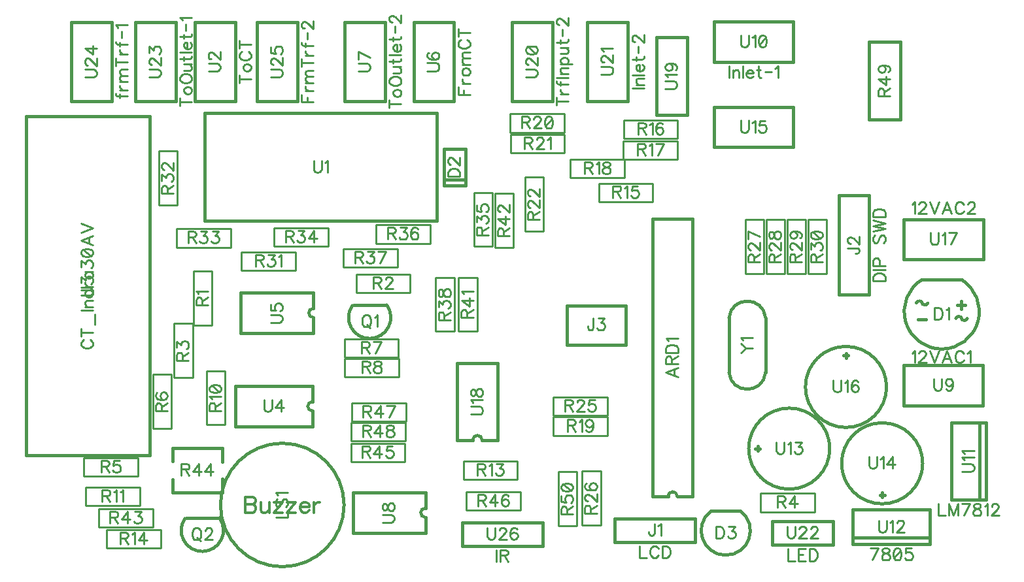
<source format=gbr>
G04 DipTrace 3.3.1.0*
G04 TopSilk.gbr*
%MOIN*%
G04 #@! TF.FileFunction,Legend,Top*
G04 #@! TF.Part,Single*
%ADD10C,0.015*%
%ADD33C,0.009843*%
%ADD119C,0.009264*%
%ADD121C,0.012351*%
%FSLAX26Y26*%
G04*
G70*
G90*
G75*
G01*
G04 TopSilk*
%LPD*%
X3805917Y736614D2*
D10*
Y2153937D1*
X3601170Y736614D2*
Y2153937D1*
X3805917D2*
X3601170D1*
X3805917Y736614D2*
X3727177D1*
X3601170D2*
X3679910D1*
X3727177D2*
G03X3679910Y736614I-23633J-106D01*
G01*
X5175574Y1843465D2*
G02X4975607Y1843465I-99983J-163286D01*
G01*
X5175574D1*
Y1733456D2*
Y1693476D1*
X5155585Y1713448D2*
X5195563D1*
X4955580Y1640973D2*
X4995635D1*
X5004710Y1722849D2*
G02X4973233Y1726787I-15086J7187D01*
G01*
X4947003Y1724162D2*
G02X4978479Y1720224I15086J-7187D01*
G01*
X5205519Y1644095D2*
G02X5174042Y1648032I-15082J7218D01*
G01*
X5147773Y1645407D2*
G02X5179250Y1641470I15082J-7218D01*
G01*
X2646854Y2323720D2*
X2536610D1*
Y2325724D2*
Y2510890D1*
X2646854Y2353571D2*
X2536610D1*
X2646854Y2510890D2*
X2536610D1*
X2646854Y2325724D2*
Y2510890D1*
X3899472Y661804D2*
X4049347D1*
X3899172Y661579D2*
G03X4049647Y661579I75238J-99796D01*
G01*
X3408268Y622047D2*
X3817717D1*
Y503937D1*
X3408268D1*
Y622047D1*
X4552362Y1767323D2*
X4706102D1*
Y2272047D1*
X4552362D1*
Y1767323D1*
X3464173Y1511417D2*
X3164173D1*
Y1711417D1*
X3464173D1*
Y1511417D1*
X1398819Y692932D2*
G02X1398819Y692932I314961J0D01*
G01*
X2070415Y1710652D2*
G03X2246089Y1713753I88934J-60602D01*
G01*
X2077281D1*
X1217265Y624046D2*
G03X1392940Y627146I88934J-60602D01*
G01*
X1224131D1*
X1261417Y1610236D2*
D33*
X1355906D1*
Y1885827D1*
X1261417D1*
Y1610236D1*
X2365748Y1775591D2*
X2090157D1*
Y1870079D1*
X2365748D1*
Y1775591D1*
X1162598Y1342520D2*
X1257087D1*
Y1618110D1*
X1162598D1*
Y1342520D1*
X4427165Y657480D2*
X4151575D1*
Y751969D1*
X4427165D1*
Y657480D1*
X977953Y838583D2*
X702362D1*
Y933071D1*
X977953D1*
Y838583D1*
X1148819Y1358268D2*
X1054331D1*
Y1082677D1*
X1148819D1*
Y1358268D1*
X2030709Y1539370D2*
X2306299D1*
Y1444882D1*
X2030709D1*
Y1539370D1*
X2307874Y1346457D2*
X2032283D1*
Y1440945D1*
X2307874D1*
Y1346457D1*
X1328346Y1102362D2*
X1422835D1*
Y1377953D1*
X1328346D1*
Y1102362D1*
X711417Y783465D2*
X987008D1*
Y688976D1*
X711417D1*
Y783465D1*
X2912598Y822835D2*
X2637008D1*
Y917323D1*
X2912598D1*
Y822835D1*
X1093701Y472441D2*
X818110D1*
Y566929D1*
X1093701D1*
Y472441D1*
X3327559Y2334646D2*
X3603150D1*
Y2240157D1*
X3327559D1*
Y2334646D1*
X3729134Y2562992D2*
X3453543D1*
Y2657480D1*
X3729134D1*
Y2562992D1*
X3728740Y2456693D2*
X3453150D1*
Y2551181D1*
X3728740D1*
Y2456693D1*
X3458268Y2362205D2*
X3182677D1*
Y2456693D1*
X3458268D1*
Y2362205D1*
X3094488Y1141732D2*
X3370079D1*
Y1047244D1*
X3094488D1*
Y1141732D1*
X2875591Y2688976D2*
X3151181D1*
Y2594488D1*
X2875591D1*
Y2688976D1*
X3152362Y2488189D2*
X2876772D1*
Y2582677D1*
X3152362D1*
Y2488189D1*
X3044882Y2366142D2*
X2950394D1*
Y2090551D1*
X3044882D1*
Y2366142D1*
X3371654Y1149606D2*
X3096063D1*
Y1244094D1*
X3371654D1*
Y1149606D1*
X3242913Y590551D2*
X3337402D1*
Y866142D1*
X3242913D1*
Y590551D1*
X4075197Y1874016D2*
X4169685D1*
Y2149606D1*
X4075197D1*
Y1874016D1*
X4180709D2*
X4275197D1*
Y2149606D1*
X4180709D1*
Y1874016D1*
X4287008D2*
X4381496D1*
Y2149606D1*
X4287008D1*
Y1874016D1*
X4393307D2*
X4487795D1*
Y2149606D1*
X4393307D1*
Y1874016D1*
X1505906Y1984252D2*
X1781496D1*
Y1889764D1*
X1505906D1*
Y1984252D1*
X1179528Y2500000D2*
X1085039D1*
Y2224409D1*
X1179528D1*
Y2500000D1*
X1174803Y2102362D2*
X1450394D1*
Y2007874D1*
X1174803D1*
Y2102362D1*
X1672441Y2106299D2*
X1948031D1*
Y2011811D1*
X1672441D1*
Y2106299D1*
X2690157Y2011811D2*
X2784646D1*
Y2287402D1*
X2690157D1*
Y2011811D1*
X2190945Y2122047D2*
X2466535D1*
Y2027559D1*
X2190945D1*
Y2122047D1*
X2025197Y2000000D2*
X2300787D1*
Y1905512D1*
X2025197D1*
Y2000000D1*
X2590945Y1854331D2*
X2496457D1*
Y1578740D1*
X2590945D1*
Y1854331D1*
X2612992Y1578740D2*
X2707480D1*
Y1854331D1*
X2612992D1*
Y1578740D1*
X2798031Y2007874D2*
X2892520D1*
Y2283465D1*
X2798031D1*
Y2007874D1*
X778740Y673228D2*
X1054331D1*
Y578740D1*
X778740D1*
Y673228D1*
X1407085Y826768D2*
D10*
Y757874D1*
X1155120Y982283D2*
Y917317D1*
X1407085Y982283D2*
Y913390D1*
Y982283D2*
X1155120D1*
Y822841D2*
Y757874D1*
X1407085D2*
X1281102D1*
X1155120D2*
X1281102D1*
X2338976Y913386D2*
D33*
X2063386D1*
Y1007874D1*
X2338976D1*
Y913386D1*
X2652362Y759843D2*
X2927953D1*
Y665354D1*
X2652362D1*
Y759843D1*
X2068504Y1212598D2*
X2344094D1*
Y1118110D1*
X2068504D1*
Y1212598D1*
X2065748Y1114173D2*
X2341339D1*
Y1019685D1*
X2065748D1*
Y1114173D1*
X4863790Y3054814D2*
D10*
X4706310D1*
Y2661113D1*
X4863790D1*
Y3054814D1*
X3215748Y862205D2*
D33*
X3121260D1*
Y586614D1*
X3215748D1*
Y862205D1*
X2500394Y2141732D2*
D10*
X1319291D1*
Y2692913D1*
X2500394D1*
Y2141732D1*
X1473976Y3157885D2*
X1267715D1*
Y2754341D1*
X1473976D1*
Y3157885D1*
X406675Y944882D2*
X1036614D1*
Y2677165D1*
X406675D1*
Y944882D1*
X1867717Y1094083D2*
X1474016D1*
Y1298830D2*
Y1094083D1*
X1867717Y1298830D2*
X1474016D1*
X1867717D2*
Y1220087D1*
Y1094083D2*
Y1172826D1*
Y1220087D2*
G03X1867717Y1172826I8J-23630D01*
G01*
X1502756Y1775208D2*
Y1570461D1*
X1872835Y1775208D2*
X1502756D1*
X1872835Y1570461D2*
X1502756D1*
X1872835Y1775208D2*
Y1696468D1*
Y1570461D2*
Y1649201D1*
Y1696468D2*
G03X1872835Y1649201I22J-23633D01*
G01*
X2589724Y3157885D2*
X2383464D1*
Y2754341D1*
X2589724D1*
Y3157885D1*
X2238937D2*
X2032676D1*
Y2754341D1*
X2238937D1*
Y3157885D1*
X2073228Y755523D2*
Y550776D1*
X2443307Y755523D2*
X2073228D1*
X2443307Y550776D2*
X2073228D1*
X2443307Y755523D2*
Y676783D1*
Y550776D2*
Y629516D1*
Y676783D2*
G03X2443307Y629516I22J-23633D01*
G01*
X5285444Y1200827D2*
X4881900D1*
Y1407088D1*
X5285444D1*
Y1200827D1*
X4318121Y2952795D2*
X3914577D1*
Y3159056D1*
X4318121D1*
Y2952795D1*
X5301969Y1112598D2*
X5124803D1*
Y718898D1*
X5301969D1*
Y1112598D1*
X5266535D2*
Y718898D1*
X5016142Y492126D2*
X4622441D1*
Y669291D1*
X5016142D1*
Y492126D1*
Y527559D2*
X4622441D1*
X4091339Y980315D2*
G02X4091339Y980315I206693J0D01*
G01*
X4137142Y968492D2*
Y992138D1*
X4125319Y980315D2*
X4148923D1*
X4564961Y905512D2*
G02X4564961Y905512I206693J0D01*
G01*
X4783476Y744622D2*
X4759831D1*
X4771654Y732799D2*
Y756404D1*
X3914173Y2724370D2*
X4317717D1*
Y2518109D1*
X3914173D1*
Y2724370D1*
X4380709Y1295276D2*
G02X4380709Y1295276I206693J0D01*
G01*
X4575579Y1456165D2*
X4599224D1*
X4587402Y1467988D2*
Y1444384D1*
X5286625Y1944921D2*
X4883081D1*
Y2151182D1*
X5286625D1*
Y1944921D1*
X2606288Y1024016D2*
Y1417717D1*
X2811035D2*
X2606288D1*
X2811035Y1024016D2*
Y1417717D1*
Y1024016D2*
X2732295D1*
X2606288D2*
X2685028D1*
X2732295D2*
G03X2685028Y1024016I-23633J-11D01*
G01*
X3777963Y3078436D2*
X3620483D1*
Y2684735D1*
X3777963D1*
Y3078436D1*
X2885079Y2753937D2*
X3091340D1*
Y3157481D1*
X2885079D1*
Y2753937D1*
X3269724D2*
X3475985D1*
Y3157481D1*
X3269724D1*
Y2753937D1*
X4522047Y488680D2*
X4211073D1*
Y610235D1*
X4522047D1*
Y488680D1*
X1171614Y3157885D2*
X965353D1*
Y2754341D1*
X1171614D1*
Y3157885D1*
X844449D2*
X638188D1*
Y2754341D1*
X844449D1*
Y3157885D1*
X1585472Y2753937D2*
X1791733D1*
Y3157481D1*
X1585472D1*
Y2753937D1*
X2631102Y602362D2*
X3040551D1*
Y484252D1*
X2631102D1*
Y602362D1*
X4177126Y1368722D2*
Y1648050D1*
X3991378Y1368722D2*
Y1648050D1*
Y1368722D2*
G03X4177126Y1368722I92874J8216D01*
G01*
Y1648050D2*
G03X3991378Y1648050I-92874J-8216D01*
G01*
X3730073Y1393078D2*
D119*
X3669785Y1370064D1*
X3730073Y1347116D1*
X3709977Y1355738D2*
Y1384456D1*
X3698503Y1411605D2*
Y1437405D1*
X3695585Y1446027D1*
X3692733Y1448945D1*
X3687029Y1451797D1*
X3681259D1*
X3675555Y1448945D1*
X3672637Y1446027D1*
X3669785Y1437405D1*
Y1411605D1*
X3730073D1*
X3698503Y1431701D2*
X3730073Y1451797D1*
X3669785Y1470324D2*
X3730073D1*
Y1490420D1*
X3727154Y1499042D1*
X3721451Y1504812D1*
X3715681Y1507664D1*
X3707125Y1510516D1*
X3692733D1*
X3684111Y1507664D1*
X3678407Y1504812D1*
X3672637Y1499042D1*
X3669785Y1490420D1*
Y1470324D1*
X3681325Y1529043D2*
X3678407Y1534813D1*
X3669851Y1543435D1*
X3730073D1*
X5039035Y1699848D2*
Y1639560D1*
X5059131D1*
X5067753Y1642478D1*
X5073523Y1648182D1*
X5076375Y1653952D1*
X5079227Y1662508D1*
Y1676900D1*
X5076375Y1685522D1*
X5073523Y1691226D1*
X5067753Y1696996D1*
X5059131Y1699848D1*
X5039035D1*
X5097754Y1688308D2*
X5103524Y1691226D1*
X5112146Y1699782D1*
Y1639560D1*
X2557974Y2368852D2*
X2618262D1*
Y2388948D1*
X2615343Y2397570D1*
X2609640Y2403340D1*
X2603870Y2406192D1*
X2595314Y2409044D1*
X2580922D1*
X2572300Y2406192D1*
X2566596Y2403340D1*
X2560826Y2397570D1*
X2557974Y2388948D1*
Y2368852D1*
X2572366Y2430489D2*
X2569514D1*
X2563744Y2433341D1*
X2560892Y2436193D1*
X2558040Y2441963D1*
Y2453437D1*
X2560892Y2459141D1*
X2563744Y2461993D1*
X2569514Y2464911D1*
X2575218D1*
X2580988Y2461993D1*
X2589544Y2456289D1*
X2618262Y2427571D1*
Y2467763D1*
X3924954Y583063D2*
Y522775D1*
X3945050D1*
X3953672Y525693D1*
X3959442Y531397D1*
X3962294Y537167D1*
X3965146Y545723D1*
Y560115D1*
X3962294Y568737D1*
X3959442Y574441D1*
X3953672Y580211D1*
X3945050Y583063D1*
X3924954D1*
X3989443Y582997D2*
X4020947D1*
X4003769Y560049D1*
X4012391D1*
X4018095Y557197D1*
X4020947Y554345D1*
X4023865Y545723D1*
Y540019D1*
X4020947Y531397D1*
X4015243Y525627D1*
X4006621Y522775D1*
X3997999D1*
X3989443Y525627D1*
X3986591Y528545D1*
X3983673Y534249D1*
X3610892Y596751D2*
Y550855D1*
X3608040Y542233D1*
X3605121Y539381D1*
X3599418Y536463D1*
X3593647D1*
X3587944Y539381D1*
X3585092Y542233D1*
X3582173Y550855D1*
Y556559D1*
X3629419Y585210D2*
X3635189Y588129D1*
X3643811Y596684D1*
Y536463D1*
X3535636Y483587D2*
Y423299D1*
X3570058D1*
X3631629Y469261D2*
X3628777Y474965D1*
X3623007Y480735D1*
X3617303Y483587D1*
X3605829D1*
X3600059Y480735D1*
X3594355Y474965D1*
X3591437Y469261D1*
X3588585Y460639D1*
Y446246D1*
X3591437Y437691D1*
X3594355Y431921D1*
X3600059Y426217D1*
X3605829Y423299D1*
X3617303D1*
X3623007Y426217D1*
X3628777Y431921D1*
X3631629Y437691D1*
X3650156Y483587D2*
Y423299D1*
X3670252D1*
X3678874Y426217D1*
X3684644Y431921D1*
X3687496Y437691D1*
X3690348Y446246D1*
Y460639D1*
X3687496Y469261D1*
X3684644Y474965D1*
X3678874Y480735D1*
X3670252Y483587D1*
X3650156D1*
X4595474Y2004685D2*
X4641370D1*
X4649992Y2001833D1*
X4652843Y1998914D1*
X4655762Y1993211D1*
Y1987441D1*
X4652843Y1981737D1*
X4649992Y1978885D1*
X4641369Y1975967D1*
X4635666D1*
X4609866Y2026130D2*
X4607014D1*
X4601244Y2028982D1*
X4598392Y2031834D1*
X4595540Y2037604D1*
Y2049078D1*
X4598392Y2054782D1*
X4601244Y2057634D1*
X4607014Y2060552D1*
X4612718D1*
X4618488Y2057634D1*
X4627044Y2051930D1*
X4655762Y2023212D1*
Y2063404D1*
X4726453Y1835105D2*
X4786741D1*
Y1855201D1*
X4783823Y1863823D1*
X4778119Y1869593D1*
X4772349Y1872445D1*
X4763793Y1875297D1*
X4749401D1*
X4740779Y1872445D1*
X4735075Y1869593D1*
X4729305Y1863823D1*
X4726453Y1855201D1*
Y1835105D1*
Y1893824D2*
X4786741D1*
X4758023Y1912351D2*
Y1938217D1*
X4755171Y1946773D1*
X4752253Y1949691D1*
X4746549Y1952543D1*
X4737927D1*
X4732223Y1949691D1*
X4729305Y1946773D1*
X4726453Y1938217D1*
Y1912351D1*
X4786741D1*
X4735075Y2069583D2*
X4729305Y2063879D1*
X4726453Y2055257D1*
Y2043783D1*
X4729305Y2035161D1*
X4735075Y2029391D1*
X4740779D1*
X4746549Y2032309D1*
X4749401Y2035161D1*
X4752253Y2040865D1*
X4758023Y2058109D1*
X4760875Y2063879D1*
X4763793Y2066731D1*
X4769497Y2069583D1*
X4778119D1*
X4783823Y2063879D1*
X4786741Y2055257D1*
Y2043783D1*
X4783823Y2035161D1*
X4778119Y2029391D1*
X4726453Y2088110D2*
X4786741Y2102502D1*
X4726453Y2116828D1*
X4786741Y2131154D1*
X4726453Y2145546D1*
Y2164073D2*
X4786741D1*
Y2184169D1*
X4783823Y2192791D1*
X4778119Y2198562D1*
X4772349Y2201414D1*
X4763793Y2204265D1*
X4749401D1*
X4740779Y2201414D1*
X4735075Y2198562D1*
X4729305Y2192791D1*
X4726453Y2184169D1*
Y2164073D1*
X3299173Y1645176D2*
Y1599280D1*
X3296321Y1590658D1*
X3293403Y1587806D1*
X3287699Y1584888D1*
X3281929D1*
X3276225Y1587806D1*
X3273373Y1590658D1*
X3270455Y1599280D1*
Y1604984D1*
X3323470Y1645110D2*
X3354974D1*
X3337796Y1622162D1*
X3346418D1*
X3352122Y1619310D1*
X3354974Y1616458D1*
X3357892Y1607836D1*
Y1602132D1*
X3354974Y1593510D1*
X3349270Y1587740D1*
X3340648Y1584888D1*
X3332026D1*
X3323470Y1587740D1*
X3320618Y1590658D1*
X3317700Y1596362D1*
X1680021Y629902D2*
X1740309D1*
Y664324D1*
X1688643Y723043D2*
X1682873Y717339D1*
X1680021Y708717D1*
Y697243D1*
X1682873Y688621D1*
X1688643Y682851D1*
X1694347D1*
X1700117Y685769D1*
X1702969Y688621D1*
X1705821Y694325D1*
X1711591Y711569D1*
X1714443Y717339D1*
X1717361Y720191D1*
X1723065Y723043D1*
X1731687D1*
X1737391Y717339D1*
X1740309Y708717D1*
Y697243D1*
X1737391Y688621D1*
X1731687Y682851D1*
X1691561Y741570D2*
X1688643Y747340D1*
X1680087Y755962D1*
X1740309D1*
X2137152Y1661850D2*
X2131449Y1659065D1*
X2125679Y1653295D1*
X2122827Y1647525D1*
X2119908Y1638903D1*
Y1624577D1*
X2122827Y1615955D1*
X2125679Y1610251D1*
X2131449Y1604481D1*
X2137152Y1601629D1*
X2148626D1*
X2154397Y1604481D1*
X2160100Y1610251D1*
X2162952Y1615955D1*
X2165871Y1624577D1*
Y1638903D1*
X2162952Y1647525D1*
X2160100Y1653295D1*
X2154397Y1659065D1*
X2148626Y1661850D1*
X2137152D1*
X2145775Y1613103D2*
X2162952Y1595859D1*
X2184398Y1650310D2*
X2190168Y1653228D1*
X2198790Y1661784D1*
Y1601562D1*
X1271103Y575244D2*
X1265399Y572459D1*
X1259629Y566688D1*
X1256777Y560918D1*
X1253859Y552296D1*
Y537970D1*
X1256777Y529348D1*
X1259629Y523645D1*
X1265399Y517874D1*
X1271103Y515023D1*
X1282577D1*
X1288347Y517874D1*
X1294051Y523645D1*
X1296903Y529348D1*
X1299821Y537970D1*
Y552296D1*
X1296903Y560918D1*
X1294051Y566688D1*
X1288347Y572459D1*
X1282577Y575244D1*
X1271103D1*
X1279725Y526496D2*
X1296903Y509252D1*
X1321266Y560852D2*
Y563704D1*
X1324118Y569474D1*
X1326970Y572326D1*
X1332740Y575178D1*
X1344214D1*
X1349918Y572326D1*
X1352770Y569474D1*
X1355688Y563704D1*
Y558000D1*
X1352770Y552230D1*
X1347066Y543674D1*
X1318348Y514956D1*
X1358540D1*
X1303621Y1711476D2*
Y1737276D1*
X1300703Y1745898D1*
X1297851Y1748816D1*
X1292147Y1751668D1*
X1286377D1*
X1280673Y1748816D1*
X1277755Y1745898D1*
X1274903Y1737276D1*
Y1711476D1*
X1335191D1*
X1303621Y1731572D2*
X1335191Y1751668D1*
X1286443Y1770195D2*
X1283525Y1775965D1*
X1274969Y1784587D1*
X1335191D1*
X2178497Y1827875D2*
X2204297D1*
X2212919Y1830793D1*
X2215837Y1833645D1*
X2218689Y1839349D1*
Y1845119D1*
X2215837Y1850823D1*
X2212919Y1853741D1*
X2204297Y1856593D1*
X2178497D1*
Y1796305D1*
X2198593Y1827875D2*
X2218689Y1796305D1*
X2240135Y1842201D2*
Y1845053D1*
X2242986Y1850823D1*
X2245838Y1853675D1*
X2251608Y1856527D1*
X2263082D1*
X2268786Y1853675D1*
X2271638Y1850823D1*
X2274556Y1845053D1*
Y1839349D1*
X2271638Y1833579D1*
X2265934Y1825023D1*
X2237216Y1796305D1*
X2277408D1*
X1204802Y1430860D2*
Y1456659D1*
X1201884Y1465281D1*
X1199032Y1468200D1*
X1193328Y1471052D1*
X1187558D1*
X1181854Y1468200D1*
X1178936Y1465281D1*
X1176084Y1456659D1*
Y1430860D1*
X1236372D1*
X1204802Y1450956D2*
X1236372Y1471051D1*
X1176150Y1495349D2*
Y1526852D1*
X1199098Y1509675D1*
Y1518297D1*
X1201950Y1524000D1*
X1204802Y1526852D1*
X1213424Y1529771D1*
X1219128D1*
X1227750Y1526852D1*
X1233520Y1521148D1*
X1236372Y1512526D1*
Y1503904D1*
X1233520Y1495349D1*
X1230602Y1492497D1*
X1224898Y1489579D1*
X4238489Y709765D2*
X4264288D1*
X4272910Y712683D1*
X4275829Y715535D1*
X4278681Y721239D1*
Y727009D1*
X4275829Y732713D1*
X4272910Y735631D1*
X4264288Y738483D1*
X4238489D1*
Y678195D1*
X4258585Y709765D2*
X4278681Y678195D1*
X4325926D2*
Y738417D1*
X4297208Y698291D1*
X4340252D1*
X790702Y890867D2*
X816502D1*
X825124Y893786D1*
X828042Y896637D1*
X830894Y902341D1*
Y908111D1*
X828042Y913815D1*
X825124Y916733D1*
X816502Y919585D1*
X790702D1*
Y859297D1*
X810798Y890867D2*
X830894Y859297D1*
X883843Y919519D2*
X855191D1*
X852339Y893719D1*
X855191Y896571D1*
X863813Y899489D1*
X872369D1*
X880991Y896571D1*
X886761Y890867D1*
X889613Y882245D1*
Y876541D1*
X886761Y867919D1*
X880991Y862149D1*
X872369Y859297D1*
X863813D1*
X855191Y862149D1*
X852339Y865068D1*
X849421Y870771D1*
X1096534Y1172476D2*
Y1198276D1*
X1093616Y1206898D1*
X1090764Y1209816D1*
X1085060Y1212668D1*
X1079290D1*
X1073586Y1209816D1*
X1070668Y1206898D1*
X1067816Y1198276D1*
Y1172476D1*
X1128104D1*
X1096534Y1192572D2*
X1128104Y1212668D1*
X1076438Y1265617D2*
X1070734Y1262765D1*
X1067883Y1254143D1*
Y1248439D1*
X1070734Y1239817D1*
X1079357Y1234047D1*
X1093682Y1231195D1*
X1108008D1*
X1119482Y1234047D1*
X1125252Y1239817D1*
X1128104Y1248439D1*
Y1251291D1*
X1125252Y1259847D1*
X1119482Y1265617D1*
X1110860Y1268469D1*
X1108008D1*
X1099386Y1265617D1*
X1093682Y1259847D1*
X1090830Y1251291D1*
Y1248439D1*
X1093682Y1239817D1*
X1099386Y1234047D1*
X1108008Y1231195D1*
X2119048Y1497167D2*
X2144848D1*
X2153470Y1500085D1*
X2156388Y1502937D1*
X2159240Y1508641D1*
Y1514411D1*
X2156388Y1520114D1*
X2153470Y1523033D1*
X2144848Y1525885D1*
X2119048D1*
Y1465597D1*
X2139144Y1497167D2*
X2159240Y1465597D1*
X2189241D2*
X2217959Y1525818D1*
X2177767D1*
X2120656Y1398741D2*
X2146456D1*
X2155078Y1401660D1*
X2157996Y1404512D1*
X2160848Y1410215D1*
Y1415985D1*
X2157996Y1421689D1*
X2155078Y1424608D1*
X2146456Y1427459D1*
X2120656D1*
Y1367171D1*
X2140752Y1398741D2*
X2160848Y1367171D1*
X2193701Y1427393D2*
X2185146Y1424541D1*
X2182227Y1418837D1*
Y1413067D1*
X2185146Y1407363D1*
X2190849Y1404445D1*
X2202323Y1401593D1*
X2210945Y1398741D1*
X2216649Y1392971D1*
X2219501Y1387267D1*
Y1378645D1*
X2216649Y1372942D1*
X2213797Y1370023D1*
X2205175Y1367171D1*
X2193701D1*
X2185146Y1370023D1*
X2182227Y1372942D1*
X2179375Y1378645D1*
Y1387267D1*
X2182227Y1392971D1*
X2187997Y1398741D1*
X2196553Y1401593D1*
X2208027Y1404445D1*
X2213797Y1407363D1*
X2216649Y1413067D1*
Y1418837D1*
X2213797Y1424541D1*
X2205175Y1427393D1*
X2193701D1*
X1370550Y1174242D2*
Y1200042D1*
X1367632Y1208664D1*
X1364780Y1211582D1*
X1359076Y1214434D1*
X1353306D1*
X1347602Y1211582D1*
X1344684Y1208664D1*
X1341832Y1200042D1*
Y1174242D1*
X1402120D1*
X1370550Y1194338D2*
X1402120Y1214434D1*
X1353372Y1232961D2*
X1350454Y1238732D1*
X1341898Y1247354D1*
X1402120D1*
X1341898Y1283125D2*
X1344750Y1274503D1*
X1353372Y1268733D1*
X1367698Y1265881D1*
X1376320D1*
X1390646Y1268733D1*
X1399268Y1274503D1*
X1402120Y1283125D1*
Y1288829D1*
X1399268Y1297451D1*
X1390646Y1303154D1*
X1376320Y1306073D1*
X1367698D1*
X1353372Y1303154D1*
X1344750Y1297451D1*
X1341898Y1288829D1*
Y1283125D1*
X1353372Y1303154D2*
X1390646Y1268733D1*
X796197Y741261D2*
X821997D1*
X830619Y744179D1*
X833537Y747031D1*
X836389Y752735D1*
Y758505D1*
X833537Y764209D1*
X830619Y767127D1*
X821997Y769979D1*
X796197D1*
Y709691D1*
X816293Y741261D2*
X836389Y709691D1*
X854916Y758439D2*
X860687Y761357D1*
X869309Y769913D1*
Y709691D1*
X887836Y758439D2*
X893606Y761357D1*
X902228Y769913D1*
Y709691D1*
X2708888Y875119D2*
X2734688D1*
X2743310Y878038D1*
X2746228Y880889D1*
X2749080Y886593D1*
Y892363D1*
X2746228Y898067D1*
X2743310Y900985D1*
X2734688Y903837D1*
X2708888D1*
Y843549D1*
X2728984Y875119D2*
X2749080Y843549D1*
X2767607Y892297D2*
X2773377Y895215D1*
X2781999Y903771D1*
Y843549D1*
X2806296Y903771D2*
X2837800D1*
X2820622Y880823D1*
X2829244D1*
X2834948Y877971D1*
X2837800Y875119D1*
X2840718Y866497D1*
Y860793D1*
X2837800Y852171D1*
X2832096Y846401D1*
X2823474Y843549D1*
X2814852D1*
X2806296Y846401D1*
X2803445Y849320D1*
X2800526Y855023D1*
X888564Y524726D2*
X914364D1*
X922986Y527644D1*
X925904Y530496D1*
X928756Y536200D1*
Y541970D1*
X925904Y547674D1*
X922986Y550592D1*
X914364Y553444D1*
X888564D1*
Y493156D1*
X908660Y524726D2*
X928756Y493156D1*
X947283Y541903D2*
X953054Y544822D1*
X961676Y553377D1*
Y493156D1*
X1008921D2*
Y553377D1*
X980203Y513252D1*
X1023247D1*
X3399439Y2292442D2*
X3425239D1*
X3433861Y2295360D1*
X3436779Y2298212D1*
X3439631Y2303916D1*
Y2309686D1*
X3436779Y2315390D1*
X3433861Y2318308D1*
X3425239Y2321160D1*
X3399439D1*
Y2260872D1*
X3419535Y2292442D2*
X3439631Y2260872D1*
X3458158Y2309620D2*
X3463928Y2312538D1*
X3472550Y2321094D1*
Y2260872D1*
X3525499Y2321094D2*
X3496848D1*
X3493996Y2295294D1*
X3496848Y2298146D1*
X3505470Y2301064D1*
X3514025D1*
X3522647Y2298146D1*
X3528418Y2292442D1*
X3531270Y2283820D1*
Y2278116D1*
X3528418Y2269494D1*
X3522647Y2263724D1*
X3514025Y2260872D1*
X3505470D1*
X3496848Y2263724D1*
X3493996Y2266642D1*
X3491078Y2272346D1*
X3526883Y2615277D2*
X3552682D1*
X3561304Y2618195D1*
X3564223Y2621047D1*
X3567075Y2626751D1*
Y2632521D1*
X3564223Y2638225D1*
X3561304Y2641143D1*
X3552682Y2643995D1*
X3526883D1*
Y2583707D1*
X3546979Y2615277D2*
X3567075Y2583707D1*
X3585602Y2632455D2*
X3591372Y2635373D1*
X3599994Y2643929D1*
Y2583707D1*
X3652943Y2635373D2*
X3650091Y2641077D1*
X3641469Y2643929D1*
X3635765D1*
X3627143Y2641077D1*
X3621373Y2632455D1*
X3618521Y2618129D1*
Y2603803D1*
X3621373Y2592329D1*
X3627143Y2586559D1*
X3635765Y2583707D1*
X3638617D1*
X3647173Y2586559D1*
X3652943Y2592329D1*
X3655795Y2600951D1*
Y2603803D1*
X3652943Y2612425D1*
X3647173Y2618129D1*
X3638617Y2620981D1*
X3635765D1*
X3627143Y2618129D1*
X3621373Y2612425D1*
X3618521Y2603803D1*
X3525030Y2508978D2*
X3550830D1*
X3559452Y2511896D1*
X3562370Y2514748D1*
X3565222Y2520452D1*
Y2526222D1*
X3562370Y2531925D1*
X3559452Y2534844D1*
X3550830Y2537696D1*
X3525030D1*
Y2477408D1*
X3545126Y2508978D2*
X3565222Y2477408D1*
X3583749Y2526155D2*
X3589519Y2529074D1*
X3598141Y2537629D1*
Y2477408D1*
X3628142D2*
X3656860Y2537629D1*
X3616668D1*
X3254590Y2414489D2*
X3280390D1*
X3289012Y2417408D1*
X3291931Y2420260D1*
X3294782Y2425963D1*
Y2431733D1*
X3291931Y2437437D1*
X3289012Y2440356D1*
X3280390Y2443207D1*
X3254590D1*
Y2382919D1*
X3274686Y2414489D2*
X3294782Y2382919D1*
X3313310Y2431667D2*
X3319080Y2434585D1*
X3327702Y2443141D1*
Y2382919D1*
X3360555Y2443141D2*
X3351999Y2440289D1*
X3349081Y2434585D1*
Y2428815D1*
X3351999Y2423111D1*
X3357703Y2420193D1*
X3369177Y2417341D1*
X3377799Y2414489D1*
X3383503Y2408719D1*
X3386354Y2403015D1*
Y2394393D1*
X3383503Y2388690D1*
X3380651Y2385771D1*
X3372029Y2382919D1*
X3360555D1*
X3351999Y2385771D1*
X3349081Y2388690D1*
X3346229Y2394393D1*
Y2403015D1*
X3349081Y2408719D1*
X3354851Y2414489D1*
X3363407Y2417341D1*
X3374881Y2420193D1*
X3380651Y2423111D1*
X3383503Y2428815D1*
Y2434585D1*
X3380651Y2440289D1*
X3372029Y2443141D1*
X3360555D1*
X3167794Y1099529D2*
X3193594D1*
X3202216Y1102447D1*
X3205134Y1105299D1*
X3207986Y1111003D1*
Y1116773D1*
X3205134Y1122477D1*
X3202216Y1125395D1*
X3193594Y1128247D1*
X3167794D1*
Y1067959D1*
X3187890Y1099529D2*
X3207986Y1067959D1*
X3226513Y1116707D2*
X3232283Y1119625D1*
X3240906Y1128180D1*
Y1067959D1*
X3296773Y1108151D2*
X3293854Y1099529D1*
X3288151Y1093759D1*
X3279529Y1090907D1*
X3276677D1*
X3268055Y1093759D1*
X3262351Y1099529D1*
X3259433Y1108151D1*
Y1111003D1*
X3262351Y1119625D1*
X3268055Y1125329D1*
X3276677Y1128180D1*
X3279529D1*
X3288151Y1125329D1*
X3293854Y1119625D1*
X3296773Y1108151D1*
Y1093759D1*
X3293854Y1079433D1*
X3288151Y1070811D1*
X3279529Y1067959D1*
X3273825D1*
X3265203Y1070811D1*
X3262351Y1076581D1*
X2934571Y2646773D2*
X2960371D1*
X2968993Y2649691D1*
X2971911Y2652543D1*
X2974763Y2658247D1*
Y2664017D1*
X2971911Y2669721D1*
X2968993Y2672639D1*
X2960371Y2675491D1*
X2934571D1*
Y2615203D1*
X2954667Y2646773D2*
X2974763Y2615203D1*
X2996208Y2661099D2*
Y2663951D1*
X2999060Y2669721D1*
X3001912Y2672573D1*
X3007682Y2675425D1*
X3019156D1*
X3024860Y2672573D1*
X3027712Y2669721D1*
X3030630Y2663951D1*
Y2658247D1*
X3027712Y2652477D1*
X3022008Y2643921D1*
X2993290Y2615203D1*
X3033482D1*
X3069253Y2675425D2*
X3060631Y2672573D1*
X3054861Y2663951D1*
X3052009Y2649625D1*
Y2641003D1*
X3054861Y2626677D1*
X3060631Y2618055D1*
X3069253Y2615203D1*
X3074957D1*
X3083579Y2618055D1*
X3089283Y2626677D1*
X3092201Y2641003D1*
Y2649625D1*
X3089283Y2663951D1*
X3083579Y2672573D1*
X3074957Y2675425D1*
X3069253D1*
X3089283Y2663951D2*
X3054861Y2626677D1*
X2948652Y2540474D2*
X2974452D1*
X2983074Y2543392D1*
X2985992Y2546244D1*
X2988844Y2551948D1*
Y2557718D1*
X2985992Y2563422D1*
X2983074Y2566340D1*
X2974452Y2569192D1*
X2948652D1*
Y2508904D1*
X2968748Y2540474D2*
X2988844Y2508904D1*
X3010289Y2554800D2*
Y2557651D1*
X3013141Y2563422D1*
X3015993Y2566273D1*
X3021763Y2569125D1*
X3033237D1*
X3038941Y2566273D1*
X3041793Y2563422D1*
X3044711Y2557651D1*
Y2551948D1*
X3041793Y2546177D1*
X3036089Y2537622D1*
X3007371Y2508904D1*
X3047563D1*
X3066090Y2557651D2*
X3071860Y2560570D1*
X3080482Y2569125D1*
Y2508904D1*
X2992597Y2149531D2*
Y2175331D1*
X2989679Y2183953D1*
X2986827Y2186872D1*
X2981123Y2189723D1*
X2975353D1*
X2969649Y2186872D1*
X2966731Y2183953D1*
X2963879Y2175331D1*
Y2149531D1*
X3024167D1*
X2992597Y2169627D2*
X3024167Y2189723D1*
X2978271Y2211169D2*
X2975420D1*
X2969649Y2214021D1*
X2966797Y2216873D1*
X2963946Y2222643D1*
Y2234117D1*
X2966797Y2239820D1*
X2969649Y2242672D1*
X2975420Y2245591D1*
X2981123D1*
X2986893Y2242672D1*
X2995449Y2236969D1*
X3024167Y2208250D1*
Y2248442D1*
X2978271Y2269888D2*
X2975420D1*
X2969649Y2272740D1*
X2966797Y2275592D1*
X2963946Y2281362D1*
Y2292836D1*
X2966797Y2298540D1*
X2969649Y2301391D1*
X2975419Y2304310D1*
X2981123D1*
X2986893Y2301391D1*
X2995449Y2295688D1*
X3024167Y2266970D1*
Y2307162D1*
X3155043Y1201891D2*
X3180843D1*
X3189465Y1204809D1*
X3192383Y1207661D1*
X3195235Y1213365D1*
Y1219135D1*
X3192383Y1224839D1*
X3189465Y1227757D1*
X3180843Y1230609D1*
X3155043D1*
Y1170321D1*
X3175139Y1201891D2*
X3195235Y1170321D1*
X3216680Y1216217D2*
Y1219069D1*
X3219532Y1224839D1*
X3222384Y1227691D1*
X3228154Y1230543D1*
X3239628D1*
X3245332Y1227691D1*
X3248184Y1224839D1*
X3251102Y1219069D1*
Y1213365D1*
X3248184Y1207595D1*
X3242480Y1199039D1*
X3213762Y1170321D1*
X3253954D1*
X3306903Y1230543D2*
X3278252D1*
X3275400Y1204743D1*
X3278252Y1207595D1*
X3286874Y1210513D1*
X3295429D1*
X3304051Y1207595D1*
X3309821Y1201891D1*
X3312673Y1193269D1*
Y1187565D1*
X3309821Y1178943D1*
X3304051Y1173173D1*
X3295429Y1170321D1*
X3286874D1*
X3278252Y1173173D1*
X3275400Y1176091D1*
X3272481Y1181795D1*
X3285117Y650991D2*
Y676790D1*
X3282199Y685412D1*
X3279347Y688331D1*
X3273643Y691183D1*
X3267873D1*
X3262169Y688331D1*
X3259251Y685412D1*
X3256399Y676790D1*
Y650991D1*
X3316687D1*
X3285117Y671087D2*
X3316687Y691183D1*
X3270791Y712628D2*
X3267939D1*
X3262169Y715480D1*
X3259317Y718332D1*
X3256465Y724102D1*
Y735576D1*
X3259317Y741280D1*
X3262169Y744131D1*
X3267939Y747050D1*
X3273643D1*
X3279413Y744131D1*
X3287969Y738428D1*
X3316687Y709710D1*
Y749902D1*
X3265021Y802851D2*
X3259317Y799999D1*
X3256465Y791377D1*
Y785673D1*
X3259317Y777051D1*
X3267939Y771281D1*
X3282265Y768429D1*
X3296591D1*
X3308065Y771281D1*
X3313835Y777051D1*
X3316687Y785673D1*
Y788525D1*
X3313835Y797080D1*
X3308065Y802851D1*
X3299443Y805702D1*
X3296591D1*
X3287969Y802851D1*
X3282265Y797080D1*
X3279413Y788525D1*
Y785673D1*
X3282265Y777051D1*
X3287969Y771281D1*
X3296591Y768429D1*
X4117400Y1932996D2*
Y1958796D1*
X4114482Y1967418D1*
X4111630Y1970336D1*
X4105926Y1973188D1*
X4100156D1*
X4094453Y1970336D1*
X4091534Y1967418D1*
X4088682Y1958796D1*
Y1932996D1*
X4148970D1*
X4117400Y1953092D2*
X4148970Y1973188D1*
X4103075Y1994633D2*
X4100223D1*
X4094453Y1997485D1*
X4091601Y2000337D1*
X4088749Y2006107D1*
Y2017581D1*
X4091601Y2023285D1*
X4094453Y2026137D1*
X4100223Y2029055D1*
X4105926D1*
X4111697Y2026137D1*
X4120252Y2020433D1*
X4148970Y1991715D1*
Y2031907D1*
Y2061908D2*
X4088749Y2090626D1*
Y2050434D1*
X4222912Y1933029D2*
Y1958829D1*
X4219994Y1967451D1*
X4217142Y1970369D1*
X4211438Y1973221D1*
X4205668D1*
X4199964Y1970369D1*
X4197046Y1967451D1*
X4194194Y1958829D1*
Y1933029D1*
X4254482D1*
X4222912Y1953125D2*
X4254482Y1973221D1*
X4208586Y1994666D2*
X4205734D1*
X4199964Y1997518D1*
X4197112Y2000370D1*
X4194261Y2006140D1*
Y2017614D1*
X4197112Y2023318D1*
X4199964Y2026170D1*
X4205734Y2029088D1*
X4211438D1*
X4217208Y2026170D1*
X4225764Y2020466D1*
X4254482Y1991748D1*
Y2031940D1*
X4194261Y2064793D2*
X4197112Y2056237D1*
X4202816Y2053319D1*
X4208586D1*
X4214290Y2056237D1*
X4217208Y2061941D1*
X4220060Y2073415D1*
X4222912Y2082037D1*
X4228682Y2087741D1*
X4234386Y2090593D1*
X4243008D1*
X4248712Y2087741D1*
X4251630Y2084889D1*
X4254482Y2076267D1*
Y2064793D1*
X4251630Y2056237D1*
X4248712Y2053319D1*
X4243008Y2050467D1*
X4234386D1*
X4228682Y2053319D1*
X4222912Y2059089D1*
X4220060Y2067645D1*
X4217208Y2079119D1*
X4214290Y2084889D1*
X4208586Y2087741D1*
X4202816D1*
X4197112Y2084889D1*
X4194261Y2076267D1*
Y2064793D1*
X4329211Y1934422D2*
Y1960222D1*
X4326293Y1968844D1*
X4323441Y1971762D1*
X4317737Y1974614D1*
X4311967D1*
X4306264Y1971762D1*
X4303345Y1968844D1*
X4300493Y1960222D1*
Y1934422D1*
X4360781D1*
X4329211Y1954518D2*
X4360781Y1974614D1*
X4314886Y1996059D2*
X4312034D1*
X4306264Y1998911D1*
X4303412Y2001763D1*
X4300560Y2007533D1*
Y2019007D1*
X4303412Y2024711D1*
X4306264Y2027563D1*
X4312034Y2030481D1*
X4317737D1*
X4323508Y2027563D1*
X4332063Y2021859D1*
X4360781Y1993141D1*
Y2033333D1*
X4320589Y2089200D2*
X4329211Y2086282D1*
X4334982Y2080578D1*
X4337833Y2071956D1*
Y2069104D1*
X4334982Y2060482D1*
X4329211Y2054778D1*
X4320589Y2051860D1*
X4317737D1*
X4309115Y2054778D1*
X4303412Y2060482D1*
X4300560Y2069104D1*
Y2071956D1*
X4303412Y2080578D1*
X4309115Y2086282D1*
X4320589Y2089200D1*
X4334982D1*
X4349307Y2086282D1*
X4357929Y2080578D1*
X4360781Y2071956D1*
Y2066252D1*
X4357929Y2057630D1*
X4352159Y2054778D1*
X4435511Y1932996D2*
Y1958796D1*
X4432592Y1967418D1*
X4429741Y1970336D1*
X4424037Y1973188D1*
X4418267D1*
X4412563Y1970336D1*
X4409645Y1967418D1*
X4406793Y1958796D1*
Y1932996D1*
X4467081D1*
X4435511Y1953092D2*
X4467081Y1973188D1*
X4406859Y1997485D2*
Y2028989D1*
X4429807Y2011811D1*
Y2020433D1*
X4432659Y2026137D1*
X4435511Y2028989D1*
X4444133Y2031907D1*
X4449837D1*
X4458459Y2028989D1*
X4464229Y2023285D1*
X4467081Y2014663D1*
Y2006041D1*
X4464229Y1997485D1*
X4461310Y1994633D1*
X4455607Y1991715D1*
X4406859Y2067678D2*
X4409711Y2059056D1*
X4418333Y2053286D1*
X4432659Y2050434D1*
X4441281D1*
X4455607Y2053286D1*
X4464229Y2059056D1*
X4467081Y2067678D1*
Y2073382D1*
X4464229Y2082004D1*
X4455607Y2087708D1*
X4441281Y2090626D1*
X4432659D1*
X4418333Y2087708D1*
X4409711Y2082004D1*
X4406859Y2073382D1*
Y2067678D1*
X4418333Y2087708D2*
X4455607Y2053286D1*
X1577786Y1942048D2*
X1603585D1*
X1612207Y1944967D1*
X1615126Y1947819D1*
X1617978Y1953522D1*
Y1959293D1*
X1615126Y1964996D1*
X1612207Y1967915D1*
X1603585Y1970767D1*
X1577786D1*
Y1910478D1*
X1597882Y1942048D2*
X1617978Y1910478D1*
X1642275Y1970700D2*
X1673778D1*
X1656601Y1947752D1*
X1665223D1*
X1670927Y1944900D1*
X1673778Y1942048D1*
X1676697Y1933426D1*
Y1927723D1*
X1673778Y1919101D1*
X1668075Y1913330D1*
X1659453Y1910478D1*
X1650831D1*
X1642275Y1913330D1*
X1639423Y1916249D1*
X1636505Y1921952D1*
X1695224Y1959226D2*
X1700994Y1962144D1*
X1709616Y1970700D1*
Y1910478D1*
X1127243Y2283390D2*
Y2309190D1*
X1124325Y2317812D1*
X1121473Y2320730D1*
X1115769Y2323582D1*
X1109999D1*
X1104295Y2320730D1*
X1101377Y2317812D1*
X1098525Y2309190D1*
Y2283390D1*
X1158813D1*
X1127243Y2303486D2*
X1158813Y2323582D1*
X1098591Y2347879D2*
Y2379383D1*
X1121539Y2362205D1*
Y2370827D1*
X1124391Y2376531D1*
X1127243Y2379383D1*
X1135865Y2382301D1*
X1141569D1*
X1150191Y2379383D1*
X1155961Y2373679D1*
X1158813Y2365057D1*
Y2356435D1*
X1155961Y2347879D1*
X1153043Y2345027D1*
X1147339Y2342109D1*
X1112917Y2403746D2*
X1110065D1*
X1104295Y2406598D1*
X1101443Y2409450D1*
X1098591Y2415220D1*
Y2426694D1*
X1101443Y2432398D1*
X1104295Y2435250D1*
X1110065Y2438168D1*
X1115769D1*
X1121539Y2435250D1*
X1130095Y2429546D1*
X1158813Y2400828D1*
Y2441020D1*
X1233783Y2060159D2*
X1259583D1*
X1268205Y2063077D1*
X1271123Y2065929D1*
X1273975Y2071633D1*
Y2077403D1*
X1271123Y2083107D1*
X1268205Y2086025D1*
X1259583Y2088877D1*
X1233783D1*
Y2028589D1*
X1253879Y2060159D2*
X1273975Y2028589D1*
X1298273Y2088810D2*
X1329776D1*
X1312598Y2065863D1*
X1321220D1*
X1326924Y2063011D1*
X1329776Y2060159D1*
X1332694Y2051537D1*
Y2045833D1*
X1329776Y2037211D1*
X1324072Y2031441D1*
X1315450Y2028589D1*
X1306828D1*
X1298273Y2031441D1*
X1295421Y2034359D1*
X1292502Y2040063D1*
X1356992Y2088810D2*
X1388495D1*
X1371318Y2065863D1*
X1379940D1*
X1385643Y2063011D1*
X1388495Y2060159D1*
X1391414Y2051537D1*
Y2045833D1*
X1388495Y2037211D1*
X1382791Y2031441D1*
X1374169Y2028589D1*
X1365547D1*
X1356992Y2031441D1*
X1354140Y2034359D1*
X1351222Y2040063D1*
X1729995Y2064096D2*
X1755795D1*
X1764417Y2067014D1*
X1767335Y2069866D1*
X1770187Y2075570D1*
Y2081340D1*
X1767335Y2087044D1*
X1764417Y2089962D1*
X1755795Y2092814D1*
X1729995D1*
Y2032526D1*
X1750091Y2064096D2*
X1770187Y2032526D1*
X1794484Y2092747D2*
X1825988D1*
X1808810Y2069800D1*
X1817432D1*
X1823136Y2066948D1*
X1825988Y2064096D1*
X1828906Y2055474D1*
Y2049770D1*
X1825988Y2041148D1*
X1820284Y2035378D1*
X1811662Y2032526D1*
X1803040D1*
X1794484Y2035378D1*
X1791632Y2038296D1*
X1788714Y2044000D1*
X1876151Y2032526D2*
Y2092747D1*
X1847433Y2052622D1*
X1890477D1*
X2732361Y2070791D2*
Y2096591D1*
X2729443Y2105213D1*
X2726591Y2108131D1*
X2720887Y2110983D1*
X2715117D1*
X2709413Y2108131D1*
X2706495Y2105213D1*
X2703643Y2096591D1*
Y2070791D1*
X2763931D1*
X2732361Y2090887D2*
X2763931Y2110983D1*
X2703709Y2135281D2*
Y2166784D1*
X2726657Y2149606D1*
Y2158228D1*
X2729509Y2163932D1*
X2732361Y2166784D1*
X2740983Y2169702D1*
X2746687D1*
X2755309Y2166784D1*
X2761079Y2161080D1*
X2763931Y2152458D1*
Y2143836D1*
X2761079Y2135280D1*
X2758161Y2132429D1*
X2752457Y2129510D1*
X2703709Y2222651D2*
Y2194000D1*
X2729509Y2191148D1*
X2726657Y2194000D1*
X2723739Y2202622D1*
Y2211177D1*
X2726657Y2219799D1*
X2732361Y2225570D1*
X2740983Y2228421D1*
X2746687D1*
X2755309Y2225569D1*
X2761079Y2219799D1*
X2763931Y2211177D1*
Y2202622D1*
X2761079Y2194000D1*
X2758161Y2191148D1*
X2752457Y2188229D1*
X2251384Y2079844D2*
X2277184D1*
X2285806Y2082762D1*
X2288724Y2085614D1*
X2291576Y2091318D1*
Y2097088D1*
X2288724Y2102792D1*
X2285806Y2105710D1*
X2277184Y2108562D1*
X2251384D1*
Y2048274D1*
X2271480Y2079844D2*
X2291576Y2048274D1*
X2315873Y2108495D2*
X2347377D1*
X2330199Y2085548D1*
X2338821D1*
X2344525Y2082696D1*
X2347377Y2079844D1*
X2350295Y2071222D1*
Y2065518D1*
X2347377Y2056896D1*
X2341673Y2051126D1*
X2333051Y2048274D1*
X2324429D1*
X2315873Y2051126D1*
X2313022Y2054044D1*
X2310103Y2059748D1*
X2403244Y2099940D2*
X2400392Y2105644D1*
X2391770Y2108495D1*
X2386066D1*
X2377444Y2105644D1*
X2371674Y2097022D1*
X2368822Y2082696D1*
Y2068370D1*
X2371674Y2056896D1*
X2377444Y2051126D1*
X2386066Y2048274D1*
X2388918D1*
X2397474Y2051126D1*
X2403244Y2056896D1*
X2406096Y2065518D1*
Y2068370D1*
X2403244Y2076992D1*
X2397474Y2082696D1*
X2388918Y2085548D1*
X2386066D1*
X2377444Y2082696D1*
X2371674Y2076992D1*
X2368822Y2068370D1*
X2084177Y1957796D2*
X2109977D1*
X2118599Y1960715D1*
X2121517Y1963567D1*
X2124369Y1969270D1*
Y1975041D1*
X2121517Y1980744D1*
X2118599Y1983663D1*
X2109977Y1986515D1*
X2084177D1*
Y1926227D1*
X2104273Y1957796D2*
X2124369Y1926227D1*
X2148666Y1986448D2*
X2180170D1*
X2162992Y1963500D1*
X2171614D1*
X2177318Y1960648D1*
X2180170Y1957796D1*
X2183088Y1949174D1*
Y1943471D1*
X2180170Y1934849D1*
X2174466Y1929078D1*
X2165844Y1926227D1*
X2157222D1*
X2148666Y1929078D1*
X2145814Y1931997D1*
X2142896Y1937700D1*
X2213089Y1926227D2*
X2241807Y1986448D1*
X2201615D1*
X2538660Y1637754D2*
Y1663553D1*
X2535742Y1672175D1*
X2532890Y1675094D1*
X2527186Y1677946D1*
X2521416D1*
X2515712Y1675094D1*
X2512794Y1672175D1*
X2509942Y1663553D1*
Y1637754D1*
X2570230D1*
X2538660Y1657850D2*
X2570230Y1677946D1*
X2510009Y1702243D2*
Y1733746D1*
X2532956Y1716569D1*
Y1725191D1*
X2535808Y1730894D1*
X2538660Y1733746D1*
X2547282Y1736665D1*
X2552986D1*
X2561608Y1733746D1*
X2567378Y1728043D1*
X2570230Y1719421D1*
Y1710798D1*
X2567378Y1702243D1*
X2564460Y1699391D1*
X2558756Y1696473D1*
X2510009Y1769518D2*
X2512860Y1760962D1*
X2518564Y1758044D1*
X2524334D1*
X2530038Y1760962D1*
X2532956Y1766666D1*
X2535808Y1778140D1*
X2538660Y1786762D1*
X2544430Y1792465D1*
X2550134Y1795317D1*
X2558756D1*
X2564460Y1792465D1*
X2567378Y1789614D1*
X2570230Y1780992D1*
Y1769518D1*
X2567378Y1760962D1*
X2564460Y1758044D1*
X2558756Y1755192D1*
X2550134D1*
X2544430Y1758044D1*
X2538660Y1763814D1*
X2535808Y1772369D1*
X2532956Y1783843D1*
X2530038Y1789614D1*
X2524334Y1792465D1*
X2518564D1*
X2512860Y1789614D1*
X2510009Y1780992D1*
Y1769518D1*
X2655196Y1649194D2*
Y1674994D1*
X2652277Y1683616D1*
X2649426Y1686534D1*
X2643722Y1689386D1*
X2637952D1*
X2632248Y1686534D1*
X2629330Y1683616D1*
X2626478Y1674994D1*
Y1649194D1*
X2686766D1*
X2655196Y1669290D2*
X2686766Y1689386D1*
Y1736631D2*
X2626544D1*
X2666670Y1707913D1*
Y1750957D1*
X2638018Y1769484D2*
X2635100Y1775255D1*
X2626544Y1783877D1*
X2686766D1*
X2840235Y2065428D2*
Y2091228D1*
X2837317Y2099850D1*
X2834465Y2102768D1*
X2828761Y2105620D1*
X2822991D1*
X2817287Y2102768D1*
X2814369Y2099850D1*
X2811517Y2091228D1*
Y2065428D1*
X2871805D1*
X2840235Y2085524D2*
X2871805Y2105620D1*
Y2152865D2*
X2811583D1*
X2851709Y2124147D1*
Y2167191D1*
X2825909Y2188637D2*
X2823057D1*
X2817287Y2191489D1*
X2814435Y2194340D1*
X2811583Y2200111D1*
Y2211585D1*
X2814435Y2217288D1*
X2817287Y2220140D1*
X2823057Y2223058D1*
X2828761D1*
X2834531Y2220140D1*
X2843087Y2214436D1*
X2871805Y2185718D1*
Y2225910D1*
X836294Y631025D2*
X862094D1*
X870716Y633943D1*
X873634Y636795D1*
X876486Y642499D1*
Y648269D1*
X873634Y653973D1*
X870716Y656891D1*
X862094Y659743D1*
X836294D1*
Y599455D1*
X856390Y631025D2*
X876486Y599455D1*
X923732D2*
Y659677D1*
X895013Y619551D1*
X938057D1*
X962355Y659677D2*
X993858D1*
X976680Y636729D1*
X985303D1*
X991006Y633877D1*
X993858Y631025D1*
X996776Y622403D1*
Y616699D1*
X993858Y608077D1*
X988154Y602307D1*
X979532Y599455D1*
X970910D1*
X962355Y602307D1*
X959503Y605225D1*
X956584Y610929D1*
X1199435Y875119D2*
X1225235D1*
X1233857Y878038D1*
X1236775Y880889D1*
X1239627Y886593D1*
Y892363D1*
X1236775Y898067D1*
X1233857Y900985D1*
X1225235Y903837D1*
X1199435D1*
Y843549D1*
X1219531Y875119D2*
X1239627Y843549D1*
X1286873D2*
Y903771D1*
X1258154Y863645D1*
X1301198D1*
X1348444Y843549D2*
Y903771D1*
X1319725Y863645D1*
X1362769D1*
X2120940Y965671D2*
X2146740D1*
X2155362Y968589D1*
X2158280Y971441D1*
X2161132Y977144D1*
Y982915D1*
X2158280Y988618D1*
X2155362Y991537D1*
X2146740Y994389D1*
X2120940D1*
Y934101D1*
X2141036Y965671D2*
X2161132Y934101D1*
X2208377D2*
Y994322D1*
X2179659Y954197D1*
X2222703D1*
X2275652Y994322D2*
X2247000D1*
X2244148Y968522D1*
X2247000Y971374D1*
X2255622Y974293D1*
X2264178D1*
X2272800Y971374D1*
X2278570Y965671D1*
X2281422Y957048D1*
Y951345D1*
X2278570Y942723D1*
X2272800Y936952D1*
X2264178Y934101D1*
X2255622D1*
X2247000Y936952D1*
X2244148Y939871D1*
X2241230Y945575D1*
X2711376Y717639D2*
X2737175D1*
X2745797Y720557D1*
X2748716Y723409D1*
X2751568Y729113D1*
Y734883D1*
X2748716Y740587D1*
X2745797Y743505D1*
X2737175Y746357D1*
X2711376D1*
Y686069D1*
X2731472Y717639D2*
X2751568Y686069D1*
X2798813D2*
Y746291D1*
X2770095Y706165D1*
X2813139D1*
X2866088Y737735D2*
X2863236Y743439D1*
X2854614Y746291D1*
X2848910D1*
X2840288Y743439D1*
X2834518Y734817D1*
X2831666Y720491D1*
Y706165D1*
X2834518Y694691D1*
X2840288Y688921D1*
X2848910Y686069D1*
X2851762D1*
X2860317Y688921D1*
X2866088Y694691D1*
X2868939Y703313D1*
Y706165D1*
X2866088Y714787D1*
X2860317Y720491D1*
X2851762Y723343D1*
X2848910D1*
X2840288Y720491D1*
X2834518Y714787D1*
X2831666Y706165D1*
X2126058Y1170395D2*
X2151858D1*
X2160480Y1173313D1*
X2163398Y1176165D1*
X2166250Y1181869D1*
Y1187639D1*
X2163398Y1193343D1*
X2160480Y1196261D1*
X2151858Y1199113D1*
X2126058D1*
Y1138825D1*
X2146154Y1170395D2*
X2166250Y1138825D1*
X2213495D2*
Y1199047D1*
X2184777Y1158921D1*
X2227821D1*
X2257822Y1138825D2*
X2286540Y1199047D1*
X2246348D1*
X2123335Y1071970D2*
X2149135D1*
X2157757Y1074888D1*
X2160676Y1077740D1*
X2163527Y1083444D1*
Y1089214D1*
X2160676Y1094918D1*
X2157757Y1097836D1*
X2149135Y1100688D1*
X2123335D1*
Y1040400D1*
X2143431Y1071970D2*
X2163527Y1040400D1*
X2210773D2*
Y1100621D1*
X2182055Y1060496D1*
X2225098D1*
X2257951Y1100621D2*
X2249396Y1097770D1*
X2246477Y1092066D1*
Y1086296D1*
X2249396Y1080592D1*
X2255099Y1077674D1*
X2266573Y1074822D1*
X2275195Y1071970D1*
X2280899Y1066200D1*
X2283751Y1060496D1*
Y1051874D1*
X2280899Y1046170D1*
X2278047Y1043252D1*
X2269425Y1040400D1*
X2257951D1*
X2249396Y1043252D1*
X2246477Y1046170D1*
X2243626Y1051874D1*
Y1060496D1*
X2246477Y1066200D1*
X2252248Y1071970D1*
X2260803Y1074822D1*
X2272277Y1077674D1*
X2278047Y1080592D1*
X2280899Y1086296D1*
Y1092066D1*
X2278047Y1097770D1*
X2269425Y1100621D1*
X2257951D1*
X4780009Y2779148D2*
Y2804948D1*
X4777091Y2813570D1*
X4774239Y2816488D1*
X4768535Y2819340D1*
X4762765D1*
X4757061Y2816488D1*
X4754143Y2813570D1*
X4751291Y2804948D1*
Y2779148D1*
X4811579D1*
X4780009Y2799244D2*
X4811579Y2819340D1*
Y2866585D2*
X4751358D1*
X4791483Y2837867D1*
Y2880911D1*
X4771387Y2936778D2*
X4780009Y2933860D1*
X4785779Y2928156D1*
X4788631Y2919534D1*
Y2916682D1*
X4785779Y2908060D1*
X4780009Y2902357D1*
X4771387Y2899438D1*
X4768535D1*
X4759913Y2902357D1*
X4754210Y2908060D1*
X4751358Y2916682D1*
Y2919534D1*
X4754210Y2928156D1*
X4759913Y2933860D1*
X4771387Y2936778D1*
X4785779D1*
X4800105Y2933860D1*
X4808727Y2928156D1*
X4811579Y2919534D1*
Y2913830D1*
X4808727Y2905208D1*
X4802957Y2902357D1*
X3163463Y645594D2*
Y671394D1*
X3160545Y680016D1*
X3157693Y682935D1*
X3151989Y685786D1*
X3146219D1*
X3140515Y682935D1*
X3137597Y680016D1*
X3134745Y671394D1*
Y645594D1*
X3195033D1*
X3163463Y665690D2*
X3195033Y685786D1*
X3134812Y738735D2*
Y710084D1*
X3160612Y707232D1*
X3157760Y710084D1*
X3154841Y718706D1*
Y727261D1*
X3157760Y735883D1*
X3163463Y741654D1*
X3172085Y744505D1*
X3177789D1*
X3186411Y741654D1*
X3192181Y735883D1*
X3195033Y727261D1*
Y718706D1*
X3192181Y710084D1*
X3189263Y707232D1*
X3183559Y704313D1*
X3134812Y780277D2*
X3137664Y771655D1*
X3146286Y765884D1*
X3160611Y763033D1*
X3169234D1*
X3183559Y765884D1*
X3192181Y771655D1*
X3195033Y780277D1*
Y785980D1*
X3192181Y794603D1*
X3183559Y800306D1*
X3169234Y803225D1*
X3160611D1*
X3146286Y800306D1*
X3137664Y794603D1*
X3134812Y785980D1*
Y780277D1*
X3146286Y800306D2*
X3183559Y765884D1*
X1873287Y2451081D2*
Y2408038D1*
X1876139Y2399416D1*
X1881909Y2393712D1*
X1890531Y2390793D1*
X1896235D1*
X1904857Y2393712D1*
X1910627Y2399416D1*
X1913479Y2408038D1*
Y2451081D1*
X1932006Y2439541D2*
X1937776Y2442459D1*
X1946398Y2451015D1*
Y2390793D1*
X1336891Y2906455D2*
X1379935D1*
X1388557Y2909307D1*
X1394261Y2915077D1*
X1397179Y2923699D1*
Y2929403D1*
X1394261Y2938025D1*
X1388557Y2943795D1*
X1379935Y2946647D1*
X1336891D1*
X1351283Y2968093D2*
X1348431D1*
X1342661Y2970945D1*
X1339809Y2973796D1*
X1336957Y2979567D1*
Y2991041D1*
X1339809Y2996744D1*
X1342661Y2999596D1*
X1348431Y3002514D1*
X1354135D1*
X1359905Y2999596D1*
X1368461Y2993892D1*
X1397179Y2965174D1*
Y3005366D1*
X1494327Y2867832D2*
X1554615D1*
X1494327Y2847736D2*
Y2887928D1*
X1514423Y2920781D2*
X1517275Y2915077D1*
X1523045Y2909307D1*
X1531667Y2906455D1*
X1537371D1*
X1545993Y2909307D1*
X1551697Y2915077D1*
X1554615Y2920781D1*
Y2929403D1*
X1551697Y2935173D1*
X1545993Y2940877D1*
X1537371Y2943795D1*
X1531667D1*
X1523045Y2940877D1*
X1517275Y2935173D1*
X1514423Y2929403D1*
Y2920781D1*
X1508653Y3005366D2*
X1502949Y3002514D1*
X1497179Y2996744D1*
X1494327Y2991040D1*
Y2979567D1*
X1497179Y2973796D1*
X1502949Y2968093D1*
X1508653Y2965174D1*
X1517275Y2962322D1*
X1531667D1*
X1540223Y2965174D1*
X1545993Y2968093D1*
X1551697Y2973796D1*
X1554615Y2979566D1*
Y2991040D1*
X1551697Y2996744D1*
X1545993Y3002514D1*
X1540223Y3005366D1*
X1494327Y3043989D2*
X1554615D1*
X1494327Y3023893D2*
Y3064085D1*
X687886Y1761568D2*
X730930D1*
X739552Y1764420D1*
X745256Y1770190D1*
X748174Y1778812D1*
Y1784516D1*
X745256Y1793138D1*
X739552Y1798908D1*
X730930Y1801760D1*
X687886D1*
X687952Y1826057D2*
Y1857561D1*
X710900Y1840383D1*
Y1849005D1*
X713752Y1854709D1*
X716604Y1857561D1*
X725226Y1860479D1*
X730930D1*
X739552Y1857561D1*
X745322Y1851857D1*
X748174Y1843235D1*
Y1834613D1*
X745322Y1826057D1*
X742404Y1823205D1*
X736700Y1820287D1*
X702212Y1535457D2*
X696508Y1532605D1*
X690738Y1526835D1*
X687886Y1521131D1*
Y1509657D1*
X690738Y1503887D1*
X696508Y1498183D1*
X702212Y1495265D1*
X710834Y1492413D1*
X725226D1*
X733782Y1495265D1*
X739552Y1498183D1*
X745256Y1503887D1*
X748174Y1509657D1*
Y1521131D1*
X745256Y1526835D1*
X739552Y1532605D1*
X733782Y1535457D1*
X687886Y1574080D2*
X748174D1*
X687886Y1553984D2*
Y1594176D1*
X758122Y1612703D2*
Y1667221D1*
X687886Y1685748D2*
X748174D1*
X707982Y1704275D2*
X748174D1*
X719456D2*
X710834Y1712897D1*
X707982Y1718667D1*
Y1727223D1*
X710834Y1732993D1*
X719456Y1735845D1*
X748174D1*
X687886Y1788794D2*
X748174D1*
X716604D2*
X710834Y1783090D1*
X707982Y1777320D1*
Y1768698D1*
X710834Y1762994D1*
X716604Y1757224D1*
X725226Y1754372D1*
X730930D1*
X739552Y1757224D1*
X745256Y1762994D1*
X748174Y1768698D1*
Y1777320D1*
X745256Y1783090D1*
X739552Y1788794D1*
X707982Y1807321D2*
X748174D1*
X725226D2*
X716604Y1810239D1*
X710834Y1815943D1*
X707982Y1821713D1*
Y1830335D1*
Y1883284D2*
X748174D1*
X716604D2*
X710834Y1877580D1*
X707982Y1871810D1*
Y1863254D1*
X710834Y1857484D1*
X716604Y1851781D1*
X725226Y1848862D1*
X730930D1*
X739552Y1851780D1*
X745256Y1857484D1*
X748174Y1863254D1*
Y1871810D1*
X745256Y1877580D1*
X739552Y1883284D1*
X687952Y1907581D2*
Y1939085D1*
X710900Y1921907D1*
Y1930529D1*
X713752Y1936233D1*
X716604Y1939085D1*
X725226Y1942003D1*
X730930D1*
X739552Y1939085D1*
X745322Y1933381D1*
X748174Y1924759D1*
Y1916137D1*
X745322Y1907581D1*
X742404Y1904729D1*
X736700Y1901811D1*
X687952Y1977774D2*
X690804Y1969152D1*
X699426Y1963382D1*
X713752Y1960530D1*
X722374D1*
X736700Y1963382D1*
X745322Y1969152D1*
X748174Y1977774D1*
Y1983478D1*
X745322Y1992100D1*
X736700Y1997804D1*
X722374Y2000722D1*
X713752D1*
X699426Y1997804D1*
X690804Y1992100D1*
X687952Y1983478D1*
Y1977774D1*
X699426Y1997804D2*
X736700Y1963382D1*
X748174Y2065212D2*
X687886Y2042197D1*
X748174Y2019249D1*
X728078Y2027871D2*
Y2056590D1*
X687886Y2083739D2*
X748174Y2106687D1*
X687886Y2129634D1*
X1619985Y1230215D2*
Y1187171D1*
X1622837Y1178549D1*
X1628607Y1172846D1*
X1637229Y1169927D1*
X1642933D1*
X1651555Y1172846D1*
X1657325Y1178549D1*
X1660177Y1187171D1*
Y1230215D1*
X1707422Y1169927D2*
Y1230149D1*
X1678704Y1190023D1*
X1721748D1*
X1654037Y1623379D2*
X1697081D1*
X1705703Y1626231D1*
X1711406Y1632001D1*
X1714325Y1640623D1*
Y1646327D1*
X1711406Y1654949D1*
X1705703Y1660719D1*
X1697081Y1663571D1*
X1654037D1*
X1654103Y1716520D2*
Y1687868D1*
X1679903Y1685016D1*
X1677051Y1687868D1*
X1674133Y1696490D1*
Y1705046D1*
X1677051Y1713668D1*
X1682755Y1719438D1*
X1691377Y1722290D1*
X1697081D1*
X1705703Y1719438D1*
X1711473Y1713668D1*
X1714325Y1705046D1*
Y1696490D1*
X1711473Y1687868D1*
X1708555Y1685016D1*
X1702851Y1682098D1*
X2452639Y2907914D2*
X2495683D1*
X2504305Y2910766D1*
X2510009Y2916536D1*
X2512927Y2925159D1*
Y2930862D1*
X2510009Y2939484D1*
X2504305Y2945254D1*
X2495683Y2948106D1*
X2452639D1*
X2461261Y3001055D2*
X2455557Y2998203D1*
X2452705Y2989581D1*
Y2983878D1*
X2455557Y2975256D1*
X2464179Y2969485D1*
X2478505Y2966633D1*
X2492831D1*
X2504305Y2969485D1*
X2510075Y2975255D1*
X2512927Y2983878D1*
Y2986729D1*
X2510075Y2995285D1*
X2504305Y3001055D1*
X2495683Y3003907D1*
X2492831D1*
X2484209Y3001055D1*
X2478505Y2995285D1*
X2475653Y2986729D1*
Y2983878D1*
X2478505Y2975256D1*
X2484209Y2969485D1*
X2492831Y2966633D1*
X2610075Y2824865D2*
Y2787525D1*
X2670363D1*
X2638793D2*
Y2810473D1*
X2630171Y2843392D2*
X2670363D1*
X2647415D2*
X2638793Y2846310D1*
X2633023Y2852014D1*
X2630171Y2857784D1*
Y2866406D1*
Y2899259D2*
X2633023Y2893555D1*
X2638793Y2887785D1*
X2647415Y2884933D1*
X2653119D1*
X2661741Y2887785D1*
X2667445Y2893555D1*
X2670363Y2899259D1*
Y2907881D1*
X2667445Y2913651D1*
X2661741Y2919355D1*
X2653119Y2922273D1*
X2647415D1*
X2638793Y2919355D1*
X2633023Y2913651D1*
X2630171Y2907881D1*
Y2899259D1*
Y2940800D2*
X2670363D1*
X2641645D2*
X2633023Y2949423D1*
X2630171Y2955193D1*
Y2963748D1*
X2633023Y2969519D1*
X2641645Y2972370D1*
X2670363D1*
X2641645D2*
X2633023Y2980992D1*
X2630171Y2986763D1*
Y2995318D1*
X2633023Y3001088D1*
X2641645Y3004007D1*
X2670363D1*
X2624401Y3065578D2*
X2618697Y3062726D1*
X2612927Y3056956D1*
X2610075Y3051252D1*
Y3039778D1*
X2612927Y3034008D1*
X2618697Y3028304D1*
X2624401Y3025386D1*
X2633023Y3022534D1*
X2647415D1*
X2655971Y3025386D1*
X2661741Y3028304D1*
X2667445Y3034008D1*
X2670363Y3039778D1*
Y3051252D1*
X2667445Y3056956D1*
X2661741Y3062726D1*
X2655971Y3065578D1*
X2610075Y3104201D2*
X2670363D1*
X2610075Y3084105D2*
Y3124297D1*
X2101852Y2906455D2*
X2144896D1*
X2153518Y2909307D1*
X2159221Y2915077D1*
X2162140Y2923699D1*
Y2929403D1*
X2159221Y2938025D1*
X2153518Y2943795D1*
X2144896Y2946647D1*
X2101852D1*
X2162140Y2976648D2*
X2101918Y3005366D1*
Y2965174D1*
X2259287Y2738300D2*
X2319576D1*
X2259287Y2718204D2*
Y2758396D1*
X2279384Y2791249D2*
X2282235Y2785545D1*
X2288006Y2779775D1*
X2296628Y2776923D1*
X2302331D1*
X2310953Y2779775D1*
X2316657Y2785545D1*
X2319575Y2791249D1*
Y2799871D1*
X2316657Y2805641D1*
X2310953Y2811345D1*
X2302331Y2814263D1*
X2296628D1*
X2288006Y2811345D1*
X2282235Y2805641D1*
X2279384Y2799871D1*
Y2791249D1*
X2259287Y2850035D2*
X2262139Y2844264D1*
X2267910Y2838561D1*
X2273613Y2835642D1*
X2282235Y2832791D1*
X2296628Y2832790D1*
X2305183Y2835642D1*
X2310953Y2838561D1*
X2316657Y2844264D1*
X2319575Y2850035D1*
Y2861509D1*
X2316657Y2867212D1*
X2310953Y2872982D1*
X2305183Y2875834D1*
X2296628Y2878686D1*
X2282235D1*
X2273613Y2875834D1*
X2267910Y2872983D1*
X2262139Y2867212D1*
X2259287Y2861509D1*
Y2850035D1*
X2279383Y2897213D2*
X2308102D1*
X2316657Y2900065D1*
X2319575Y2905835D1*
Y2914457D1*
X2316657Y2920161D1*
X2308102Y2928783D1*
X2279383D2*
X2319575D1*
X2259287Y2955933D2*
X2308102Y2955932D1*
X2316657Y2958784D1*
X2319575Y2964555D1*
Y2970258D1*
X2279383Y2947310D2*
Y2967406D1*
X2259287Y2988785D2*
X2319575D1*
X2296628Y3007313D2*
Y3041734D1*
X2290857D1*
X2285087Y3038883D1*
X2282235Y3036031D1*
X2279383Y3030260D1*
Y3021638D1*
X2282235Y3015935D1*
X2288006Y3010164D1*
X2296628Y3007313D1*
X2302331D1*
X2310953Y3010164D1*
X2316657Y3015935D1*
X2319575Y3021638D1*
Y3030260D1*
X2316657Y3036031D1*
X2310953Y3041734D1*
X2259287Y3068884D2*
X2308102D1*
X2316657Y3071735D1*
X2319575Y3077506D1*
Y3083209D1*
X2279383Y3060262D2*
Y3080358D1*
X2289465Y3101737D2*
Y3134898D1*
X2273680Y3156344D2*
X2270828D1*
X2265058Y3159195D1*
X2262206Y3162047D1*
X2259354Y3167818D1*
Y3179291D1*
X2262206Y3184995D1*
X2265058Y3187847D1*
X2270828Y3190765D1*
X2276532D1*
X2282302Y3187847D1*
X2290857Y3182143D1*
X2319575Y3153425D1*
Y3193617D1*
X2224509Y603727D2*
X2267553D1*
X2276175Y606579D1*
X2281879Y612349D1*
X2284797Y620971D1*
Y626675D1*
X2281879Y635297D1*
X2276175Y641067D1*
X2267553Y643919D1*
X2224509D1*
X2224575Y676772D2*
X2227427Y668217D1*
X2233131Y665298D1*
X2238901D1*
X2244605Y668217D1*
X2247523Y673920D1*
X2250375Y685394D1*
X2253227Y694016D1*
X2258997Y699720D1*
X2264701Y702572D1*
X2273323D1*
X2279027Y699720D1*
X2281945Y696868D1*
X2284797Y688246D1*
Y676772D1*
X2281945Y668216D1*
X2279027Y665298D1*
X2273323Y662446D1*
X2264701D1*
X2258997Y665298D1*
X2253227Y671068D1*
X2250375Y679624D1*
X2247523Y691098D1*
X2244605Y696868D1*
X2238901Y699720D1*
X2233131D1*
X2227427Y696868D1*
X2224575Y688246D1*
Y676772D1*
X5035440Y1337912D2*
Y1294868D1*
X5038292Y1286246D1*
X5044062Y1280542D1*
X5052684Y1277624D1*
X5058388D1*
X5067010Y1280542D1*
X5072780Y1286246D1*
X5075632Y1294868D1*
Y1337912D1*
X5131499Y1317816D2*
X5128581Y1309194D1*
X5122877Y1303424D1*
X5114255Y1300572D1*
X5111403D1*
X5102781Y1303424D1*
X5097078Y1309194D1*
X5094159Y1317816D1*
Y1320668D1*
X5097078Y1329290D1*
X5102781Y1334994D1*
X5111403Y1337846D1*
X5114255D1*
X5122877Y1334994D1*
X5128581Y1329290D1*
X5131499Y1317816D1*
Y1303424D1*
X5128581Y1289098D1*
X5122877Y1280476D1*
X5114255Y1277624D1*
X5108552D1*
X5099929Y1280476D1*
X5097078Y1286246D1*
X4923402Y1468060D2*
X4929172Y1470978D1*
X4937794Y1479534D1*
Y1419312D1*
X4959239Y1465208D2*
Y1468060D1*
X4962091Y1473830D1*
X4964943Y1476682D1*
X4970713Y1479534D1*
X4982187D1*
X4987891Y1476682D1*
X4990743Y1473830D1*
X4993661Y1468060D1*
Y1462356D1*
X4990743Y1456586D1*
X4985039Y1448030D1*
X4956321Y1419312D1*
X4996513D1*
X5015040Y1479600D2*
X5037988Y1419312D1*
X5060936Y1479600D1*
X5125425Y1419312D2*
X5102411Y1479600D1*
X5079463Y1419312D1*
X5088085Y1439408D2*
X5116803D1*
X5186996Y1465274D2*
X5184144Y1470978D1*
X5178374Y1476748D1*
X5172671Y1479600D1*
X5161197D1*
X5155426Y1476748D1*
X5149723Y1470978D1*
X5146804Y1465274D1*
X5143952Y1456652D1*
Y1442260D1*
X5146804Y1433704D1*
X5149723Y1427934D1*
X5155426Y1422230D1*
X5161197Y1419312D1*
X5172671D1*
X5178374Y1422230D1*
X5184144Y1427934D1*
X5186996Y1433704D1*
X5205523Y1468060D2*
X5211294Y1470978D1*
X5219916Y1479534D1*
Y1419312D1*
X4050232Y3089881D2*
Y3046837D1*
X4053084Y3038215D1*
X4058854Y3032511D1*
X4067476Y3029593D1*
X4073180D1*
X4081802Y3032511D1*
X4087572Y3038215D1*
X4090424Y3046837D1*
Y3089881D1*
X4108951Y3078340D2*
X4114721Y3081259D1*
X4123343Y3089814D1*
Y3029593D1*
X4159114Y3089814D2*
X4150492Y3086962D1*
X4144722Y3078340D1*
X4141870Y3064015D1*
Y3055392D1*
X4144722Y3041067D1*
X4150492Y3032445D1*
X4159114Y3029593D1*
X4164818D1*
X4173440Y3032445D1*
X4179144Y3041067D1*
X4182062Y3055392D1*
Y3064015D1*
X4179144Y3078340D1*
X4173440Y3086962D1*
X4164818Y3089814D1*
X4159114D1*
X4179144Y3078340D2*
X4144722Y3041067D1*
X3992319Y2932445D2*
Y2872157D1*
X4010846Y2912349D2*
Y2872157D1*
Y2900875D2*
X4019468Y2909497D1*
X4025238Y2912349D1*
X4033794D1*
X4039564Y2909497D1*
X4042416Y2900875D1*
Y2872157D1*
X4060943Y2932445D2*
Y2872157D1*
X4079470Y2895105D2*
X4113892D1*
Y2900875D1*
X4111040Y2906645D1*
X4108188Y2909497D1*
X4102418Y2912349D1*
X4093796D1*
X4088092Y2909497D1*
X4082322Y2903727D1*
X4079470Y2895105D1*
Y2889401D1*
X4082322Y2880779D1*
X4088092Y2875075D1*
X4093796Y2872157D1*
X4102418D1*
X4108188Y2875075D1*
X4113892Y2880779D1*
X4141041Y2932445D2*
Y2883631D1*
X4143893Y2875075D1*
X4149663Y2872157D1*
X4155367D1*
X4132419Y2912349D2*
X4152515D1*
X4173894Y2902268D2*
X4207056D1*
X4225583Y2920905D2*
X4231353Y2923823D1*
X4239975Y2932379D1*
Y2872157D1*
X5179627Y862733D2*
X5222671D1*
X5231293Y865585D1*
X5236997Y871355D1*
X5239915Y879977D1*
Y885681D1*
X5236997Y894303D1*
X5231293Y900073D1*
X5222671Y902925D1*
X5179627D1*
X5191168Y921452D2*
X5188249Y927222D1*
X5179694Y935844D1*
X5239915D1*
X5191168Y954371D2*
X5188249Y960141D1*
X5179694Y968763D1*
X5239915D1*
X5059458Y698547D2*
Y638259D1*
X5093880D1*
X5158303D2*
Y698547D1*
X5135355Y638259D1*
X5112407Y698547D1*
Y638259D1*
X5188304D2*
X5217022Y698481D1*
X5176830D1*
X5249875D2*
X5241319Y695629D1*
X5238401Y689925D1*
Y684155D1*
X5241319Y678451D1*
X5247023Y675533D1*
X5258497Y672681D1*
X5267119Y669829D1*
X5272823Y664059D1*
X5275675Y658355D1*
Y649733D1*
X5272823Y644029D1*
X5269971Y641111D1*
X5261349Y638259D1*
X5249875D1*
X5241319Y641111D1*
X5238401Y644029D1*
X5235549Y649733D1*
Y658355D1*
X5238401Y664059D1*
X5244171Y669829D1*
X5252727Y672681D1*
X5264201Y675533D1*
X5269971Y678451D1*
X5272823Y684155D1*
Y689925D1*
X5269971Y695629D1*
X5261349Y698481D1*
X5249875D1*
X5294202Y687007D2*
X5299972Y689925D1*
X5308594Y698481D1*
Y638259D1*
X5330040Y684155D2*
Y687007D1*
X5332891Y692777D1*
X5335743Y695629D1*
X5341514Y698481D1*
X5352987D1*
X5358691Y695629D1*
X5361543Y692777D1*
X5364461Y687007D1*
Y681303D1*
X5361543Y675533D1*
X5355839Y666977D1*
X5327121Y638259D1*
X5367313D1*
X4753376Y614467D2*
Y571423D1*
X4756228Y562801D1*
X4761998Y557098D1*
X4770620Y554179D1*
X4776324D1*
X4784946Y557098D1*
X4790716Y562801D1*
X4793568Y571423D1*
Y614467D1*
X4812095Y602927D2*
X4817865Y605845D1*
X4826487Y614401D1*
Y554179D1*
X4847933Y600075D2*
Y602927D1*
X4850785Y608697D1*
X4853637Y611549D1*
X4859407Y614401D1*
X4870881D1*
X4876584Y611549D1*
X4879436Y608697D1*
X4882355Y602927D1*
Y597223D1*
X4879436Y591453D1*
X4873733Y582897D1*
X4845015Y554179D1*
X4885207D1*
X4722624Y411488D2*
X4751342Y471709D1*
X4711150D1*
X4784195D2*
X4775639Y468857D1*
X4772721Y463154D1*
Y457383D1*
X4775639Y451680D1*
X4781343Y448761D1*
X4792817Y445909D1*
X4801439Y443058D1*
X4807143Y437287D1*
X4809995Y431584D1*
Y422962D1*
X4807143Y417258D1*
X4804291Y414339D1*
X4795669Y411488D1*
X4784195D1*
X4775639Y414339D1*
X4772721Y417258D1*
X4769869Y422962D1*
Y431584D1*
X4772721Y437287D1*
X4778491Y443058D1*
X4787047Y445909D1*
X4798521Y448761D1*
X4804291Y451680D1*
X4807143Y457383D1*
Y463154D1*
X4804291Y468857D1*
X4795669Y471709D1*
X4784195D1*
X4845766D2*
X4837144Y468857D1*
X4831374Y460235D1*
X4828522Y445909D1*
Y437287D1*
X4831374Y422962D1*
X4837144Y414339D1*
X4845766Y411488D1*
X4851470D1*
X4860092Y414339D1*
X4865795Y422962D1*
X4868714Y437287D1*
Y445909D1*
X4865795Y460235D1*
X4860092Y468857D1*
X4851470Y471709D1*
X4845766D1*
X4865795Y460235D2*
X4831374Y422962D1*
X4921663Y471709D2*
X4893011D1*
X4890159Y445909D1*
X4893011Y448761D1*
X4901633Y451680D1*
X4910189D1*
X4918811Y448761D1*
X4924581Y443058D1*
X4927433Y434435D1*
Y428732D1*
X4924581Y420110D1*
X4918811Y414339D1*
X4910189Y411488D1*
X4901633D1*
X4893011Y414339D1*
X4890159Y417258D1*
X4887241Y422962D1*
X4232116Y1014074D2*
Y971030D1*
X4234968Y962408D1*
X4240738Y956704D1*
X4249360Y953786D1*
X4255064D1*
X4263686Y956704D1*
X4269456Y962408D1*
X4272308Y971030D1*
Y1014074D1*
X4290835Y1002533D2*
X4296606Y1005452D1*
X4305228Y1014007D1*
Y953786D1*
X4329525Y1014007D2*
X4361028D1*
X4343851Y991059D1*
X4352473D1*
X4358177Y988207D1*
X4361028Y985356D1*
X4363947Y976733D1*
Y971030D1*
X4361028Y962408D1*
X4355325Y956637D1*
X4346703Y953786D1*
X4338081D1*
X4329525Y956637D1*
X4326673Y959556D1*
X4323755Y965260D1*
X4704312Y939270D2*
Y896227D1*
X4707164Y887604D1*
X4712934Y881901D1*
X4721556Y878982D1*
X4727260D1*
X4735882Y881901D1*
X4741652Y887604D1*
X4744504Y896227D1*
Y939270D1*
X4763031Y927730D2*
X4768802Y930648D1*
X4777424Y939204D1*
Y878982D1*
X4824669D2*
Y939204D1*
X4795951Y899078D1*
X4838995D1*
X4050232Y2654802D2*
Y2611758D1*
X4053084Y2603136D1*
X4058854Y2597432D1*
X4067476Y2594514D1*
X4073180D1*
X4081802Y2597432D1*
X4087572Y2603136D1*
X4090424Y2611758D1*
Y2654802D1*
X4108951Y2643262D2*
X4114721Y2646180D1*
X4123343Y2654736D1*
Y2594514D1*
X4176292Y2654736D2*
X4147640D1*
X4144788Y2628936D1*
X4147640Y2631788D1*
X4156262Y2634706D1*
X4164818D1*
X4173440Y2631788D1*
X4179210Y2626084D1*
X4182062Y2617462D1*
Y2611758D1*
X4179210Y2603136D1*
X4173440Y2597366D1*
X4164818Y2594514D1*
X4156262D1*
X4147640Y2597366D1*
X4144788Y2600284D1*
X4141870Y2605988D1*
X4522945Y1329034D2*
Y1285990D1*
X4525797Y1277368D1*
X4531568Y1271664D1*
X4540190Y1268746D1*
X4545893D1*
X4554515Y1271664D1*
X4560286Y1277368D1*
X4563138Y1285990D1*
Y1329034D1*
X4581665Y1317494D2*
X4587435Y1320412D1*
X4596057Y1328968D1*
Y1268746D1*
X4649006Y1320412D2*
X4646154Y1326116D1*
X4637532Y1328968D1*
X4631828D1*
X4623206Y1326116D1*
X4617436Y1317494D1*
X4614584Y1303168D1*
Y1288842D1*
X4617436Y1277368D1*
X4623206Y1271598D1*
X4631828Y1268746D1*
X4634680D1*
X4643236Y1271598D1*
X4649006Y1277368D1*
X4651858Y1285990D1*
Y1288842D1*
X4649006Y1297464D1*
X4643236Y1303168D1*
X4634680Y1306020D1*
X4631828D1*
X4623206Y1303168D1*
X4617436Y1297464D1*
X4614584Y1288842D1*
X5018736Y2082007D2*
Y2038963D1*
X5021588Y2030341D1*
X5027358Y2024637D1*
X5035980Y2021719D1*
X5041684D1*
X5050306Y2024637D1*
X5056076Y2030341D1*
X5058928Y2038963D1*
Y2082007D1*
X5077455Y2070466D2*
X5083225Y2073385D1*
X5091847Y2081940D1*
Y2021719D1*
X5121848D2*
X5150566Y2081940D1*
X5110374D1*
X4923494Y2227902D2*
X4929264Y2230820D1*
X4937886Y2239376D1*
Y2179154D1*
X4959332Y2225050D2*
Y2227902D1*
X4962184Y2233672D1*
X4965035Y2236524D1*
X4970806Y2239376D1*
X4982280D1*
X4987983Y2236524D1*
X4990835Y2233672D1*
X4993754Y2227902D1*
Y2222198D1*
X4990835Y2216428D1*
X4985131Y2207873D1*
X4956413Y2179154D1*
X4996605D1*
X5015133Y2239442D2*
X5038080Y2179154D1*
X5061028Y2239442D1*
X5125518Y2179154D2*
X5102503Y2239442D1*
X5079555Y2179154D1*
X5088177Y2199250D2*
X5116896D1*
X5187089Y2225117D2*
X5184237Y2230820D1*
X5178467Y2236591D1*
X5172763Y2239442D1*
X5161289D1*
X5155519Y2236591D1*
X5149815Y2230820D1*
X5146897Y2225117D1*
X5144045Y2216495D1*
Y2202102D1*
X5146897Y2193547D1*
X5149815Y2187777D1*
X5155519Y2182073D1*
X5161289Y2179154D1*
X5172763D1*
X5178467Y2182073D1*
X5184237Y2187777D1*
X5187089Y2193547D1*
X5208534Y2225050D2*
Y2227902D1*
X5211386Y2233672D1*
X5214238Y2236524D1*
X5220008Y2239376D1*
X5231482D1*
X5237186Y2236524D1*
X5240038Y2233672D1*
X5242956Y2227902D1*
Y2222198D1*
X5240038Y2216428D1*
X5234334Y2207873D1*
X5205616Y2179154D1*
X5245808D1*
X2674903Y1154984D2*
X2717947D1*
X2726569Y1157836D1*
X2732273Y1163606D1*
X2735191Y1172228D1*
Y1177932D1*
X2732273Y1186554D1*
X2726569Y1192324D1*
X2717947Y1195176D1*
X2674903D1*
X2686443Y1213703D2*
X2683525Y1219473D1*
X2674969Y1228095D1*
X2735191D1*
X2674969Y1260948D2*
X2677821Y1252393D1*
X2683525Y1249474D1*
X2689295D1*
X2694999Y1252393D1*
X2697917Y1258096D1*
X2700769Y1269570D1*
X2703621Y1278192D1*
X2709391Y1283896D1*
X2715095Y1286748D1*
X2723717D1*
X2729421Y1283896D1*
X2732339Y1281044D1*
X2735191Y1272422D1*
Y1260948D1*
X2732339Y1252393D1*
X2729421Y1249474D1*
X2723717Y1246623D1*
X2715095D1*
X2709391Y1249474D1*
X2703621Y1255245D1*
X2700769Y1263800D1*
X2697917Y1275274D1*
X2694999Y1281044D1*
X2689295Y1283896D1*
X2683525D1*
X2677821Y1281044D1*
X2674969Y1272422D1*
Y1260948D1*
X3665464Y2817096D2*
X3708508D1*
X3717130Y2819948D1*
X3722834Y2825718D1*
X3725753Y2834340D1*
Y2840044D1*
X3722834Y2848666D1*
X3717130Y2854436D1*
X3708508Y2857288D1*
X3665465D1*
X3677005Y2875815D2*
X3674087Y2881585D1*
X3665531Y2890207D1*
X3725753D1*
X3685561Y2946075D2*
X3694183Y2943156D1*
X3699953Y2937453D1*
X3702805Y2928830D1*
Y2925979D1*
X3699953Y2917357D1*
X3694183Y2911653D1*
X3685561Y2908734D1*
X3682709D1*
X3674087Y2911653D1*
X3668383Y2917357D1*
X3665531Y2925979D1*
Y2928830D1*
X3668383Y2937453D1*
X3674087Y2943156D1*
X3685561Y2946075D1*
X3699953D1*
X3714279Y2943156D1*
X3722901Y2937453D1*
X3725752Y2928830D1*
X3725753Y2923127D1*
X3722901Y2914505D1*
X3717130Y2911653D1*
X2954647Y2877096D2*
X2997691D1*
X3006313Y2879948D1*
X3012017Y2885718D1*
X3014935Y2894340D1*
Y2900044D1*
X3012017Y2908666D1*
X3006313Y2914436D1*
X2997691Y2917288D1*
X2954647D1*
X2969039Y2938733D2*
X2966187D1*
X2960417Y2941585D1*
X2957565Y2944437D1*
X2954713Y2950207D1*
Y2961681D1*
X2957565Y2967385D1*
X2960417Y2970237D1*
X2966187Y2973155D1*
X2971891D1*
X2977661Y2970237D1*
X2986217Y2964533D1*
X3014935Y2935815D1*
Y2976007D1*
X2954713Y3011778D2*
X2957565Y3003156D1*
X2966187Y2997386D1*
X2980513Y2994534D1*
X2989135D1*
X3003461Y2997386D1*
X3012083Y3003156D1*
X3014935Y3011778D1*
Y3017482D1*
X3012083Y3026104D1*
X3003461Y3031808D1*
X2989135Y3034726D1*
X2980513D1*
X2966187Y3031808D1*
X2957565Y3026104D1*
X2954713Y3017482D1*
Y3011778D1*
X2966187Y3031808D2*
X3003461Y2997386D1*
X3112083Y2752593D2*
X3172371D1*
X3112083Y2732497D2*
Y2772689D1*
X3132179Y2791216D2*
X3172371D1*
X3149423D2*
X3140801Y2794134D1*
X3135031Y2799838D1*
X3132179Y2805608D1*
Y2814230D1*
X3112083Y2855705D2*
Y2850001D1*
X3114935Y2844231D1*
X3123557Y2841379D1*
X3172371D1*
X3132179Y2832757D2*
Y2852853D1*
X3112083Y2874232D2*
X3172371D1*
X3132179Y2892759D2*
X3172371D1*
X3143653D2*
X3135031Y2901381D1*
X3132179Y2907152D1*
Y2915707D1*
X3135031Y2921477D1*
X3143653Y2924329D1*
X3172371D1*
X3132179Y2942856D2*
X3192467D1*
X3140801D2*
X3135097Y2948627D1*
X3132179Y2954330D1*
Y2962952D1*
X3135097Y2968723D1*
X3140801Y2974426D1*
X3149423Y2977345D1*
X3155193D1*
X3163749Y2974426D1*
X3169519Y2968723D1*
X3172371Y2962952D1*
Y2954330D1*
X3169519Y2948627D1*
X3163749Y2942856D1*
X3132179Y2995872D2*
X3160897D1*
X3169453Y2998724D1*
X3172371Y3004494D1*
Y3013116D1*
X3169453Y3018820D1*
X3160897Y3027442D1*
X3132179D2*
X3172371D1*
X3112083Y3054591D2*
X3160897D1*
X3169452Y3057443D1*
X3172371Y3063213D1*
Y3068917D1*
X3132179Y3045969D2*
Y3066065D1*
X3142260Y3087444D2*
Y3120606D1*
X3126475Y3142051D2*
X3123623D1*
X3117853Y3144903D1*
X3115001Y3147755D1*
X3112149Y3153525D1*
Y3164999D1*
X3115001Y3170703D1*
X3117853Y3173555D1*
X3123623Y3176473D1*
X3129327D1*
X3135097Y3173554D1*
X3143653Y3167851D1*
X3172371Y3139133D1*
Y3179325D1*
X3339293Y2889996D2*
X3382336D1*
X3390959Y2892848D1*
X3396662Y2898618D1*
X3399581Y2907240D1*
Y2912944D1*
X3396662Y2921566D1*
X3390959Y2927336D1*
X3382337Y2930188D1*
X3339293D1*
X3353685Y2951633D2*
X3350833D1*
X3345063Y2954485D1*
X3342211Y2957337D1*
X3339359Y2963107D1*
Y2974581D1*
X3342211Y2980285D1*
X3345063Y2983137D1*
X3350833Y2986055D1*
X3356537D1*
X3362307Y2983137D1*
X3370863Y2977433D1*
X3399581Y2948715D1*
Y2988907D1*
X3350833Y3007434D2*
X3347915Y3013204D1*
X3339359Y3021826D1*
X3399581D1*
X3496728Y2819183D2*
X3557016D1*
X3516824Y2837710D2*
X3557016D1*
X3528298D2*
X3519676Y2846332D1*
X3516824Y2852102D1*
Y2860658D1*
X3519676Y2866428D1*
X3528298Y2869280D1*
X3557016D1*
X3496728Y2887807D2*
X3557016D1*
X3534069Y2906334D2*
Y2940756D1*
X3528298D1*
X3522528Y2937904D1*
X3519676Y2935052D1*
X3516824Y2929282D1*
Y2920660D1*
X3519676Y2914956D1*
X3525446Y2909186D1*
X3534069Y2906334D1*
X3539772D1*
X3548394Y2909186D1*
X3554098Y2914956D1*
X3557016Y2920660D1*
Y2929282D1*
X3554098Y2935052D1*
X3548394Y2940756D1*
X3496728Y2967905D2*
X3545542D1*
X3554098Y2970757D1*
X3557016Y2976527D1*
Y2982231D1*
X3516824Y2959283D2*
Y2979379D1*
X3526906Y3000758D2*
Y3033920D1*
X3511121Y3055365D2*
X3508269D1*
X3502499Y3058217D1*
X3499647Y3061069D1*
X3496795Y3066839D1*
Y3078313D1*
X3499647Y3084017D1*
X3502499Y3086869D1*
X3508269Y3089787D1*
X3513973D1*
X3519743Y3086869D1*
X3528298Y3081165D1*
X3557016Y3052447D1*
Y3092639D1*
X4287745Y583217D2*
Y540173D1*
X4290597Y531551D1*
X4296367Y525847D1*
X4304989Y522929D1*
X4310693D1*
X4319315Y525847D1*
X4325085Y531551D1*
X4327937Y540173D1*
Y583217D1*
X4349383Y568824D2*
Y571676D1*
X4352235Y577446D1*
X4355086Y580298D1*
X4360857Y583150D1*
X4372331D1*
X4378034Y580298D1*
X4380886Y577446D1*
X4383804Y571676D1*
Y565973D1*
X4380886Y560202D1*
X4375182Y551647D1*
X4346464Y522929D1*
X4386656D1*
X4408102Y568824D2*
Y571676D1*
X4410954Y577446D1*
X4413806Y580298D1*
X4419576Y583150D1*
X4431050D1*
X4436753Y580298D1*
X4439605Y577446D1*
X4442524Y571676D1*
Y565973D1*
X4439605Y560202D1*
X4433902Y551647D1*
X4405183Y522929D1*
X4445375D1*
X4292089Y468330D2*
Y408042D1*
X4326511D1*
X4382312Y468330D2*
X4345038D1*
Y408042D1*
X4382312D1*
X4345038Y439612D2*
X4367986D1*
X4400839Y468330D2*
Y408042D1*
X4420935D1*
X4429557Y410960D1*
X4435327Y416664D1*
X4438179Y422434D1*
X4441031Y430990D1*
Y445382D1*
X4438179Y454004D1*
X4435327Y459708D1*
X4429557Y465478D1*
X4420935Y468330D1*
X4400839D1*
X1034529Y2877096D2*
X1077573D1*
X1086195Y2879948D1*
X1091899Y2885718D1*
X1094817Y2894340D1*
Y2900044D1*
X1091899Y2908666D1*
X1086195Y2914436D1*
X1077573Y2917288D1*
X1034529D1*
X1048921Y2938733D2*
X1046069D1*
X1040299Y2941585D1*
X1037447Y2944437D1*
X1034595Y2950207D1*
Y2961681D1*
X1037447Y2967385D1*
X1040299Y2970237D1*
X1046069Y2973155D1*
X1051773D1*
X1057543Y2970237D1*
X1066099Y2964533D1*
X1094817Y2935815D1*
Y2976007D1*
X1034595Y3000304D2*
Y3031808D1*
X1057543Y3014630D1*
Y3023252D1*
X1060395Y3028956D1*
X1063247Y3031808D1*
X1071869Y3034726D1*
X1077573D1*
X1086195Y3031808D1*
X1091965Y3026104D1*
X1094817Y3017482D1*
Y3008860D1*
X1091965Y3000304D1*
X1089047Y2997452D1*
X1083343Y2994534D1*
X1191965Y2751200D2*
X1252253D1*
X1191965Y2731104D2*
Y2771296D1*
X1212061Y2804149D2*
X1214913Y2798445D1*
X1220683Y2792675D1*
X1229305Y2789823D1*
X1235009D1*
X1243631Y2792675D1*
X1249334Y2798445D1*
X1252253Y2804149D1*
Y2812771D1*
X1249334Y2818541D1*
X1243631Y2824245D1*
X1235009Y2827163D1*
X1229305D1*
X1220683Y2824245D1*
X1214913Y2818541D1*
X1212061Y2812771D1*
Y2804149D1*
X1191965Y2862935D2*
X1194817Y2857164D1*
X1200587Y2851461D1*
X1206291Y2848542D1*
X1214913Y2845690D1*
X1229305D1*
X1237860Y2848542D1*
X1243631Y2851461D1*
X1249334Y2857164D1*
X1252253Y2862934D1*
Y2874408D1*
X1249334Y2880112D1*
X1243631Y2885882D1*
X1237860Y2888734D1*
X1229305Y2891586D1*
X1214913D1*
X1206291Y2888734D1*
X1200587Y2885882D1*
X1194817Y2880112D1*
X1191965Y2874408D1*
Y2862935D1*
X1212061Y2910113D2*
X1240779D1*
X1249334Y2912965D1*
X1252253Y2918735D1*
Y2927357D1*
X1249334Y2933061D1*
X1240779Y2941683D1*
X1212061D2*
X1252253D1*
X1191965Y2968832D2*
X1240779D1*
X1249334Y2971684D1*
X1252253Y2977454D1*
Y2983158D1*
X1212061Y2960210D2*
Y2980306D1*
X1191965Y3001685D2*
X1252253D1*
X1229305Y3020212D2*
Y3054634D1*
X1223535D1*
X1217764Y3051782D1*
X1214913Y3048931D1*
X1212061Y3043160D1*
Y3034538D1*
X1214913Y3028835D1*
X1220683Y3023064D1*
X1229305Y3020212D1*
X1235009D1*
X1243631Y3023064D1*
X1249334Y3028835D1*
X1252253Y3034538D1*
Y3043160D1*
X1249334Y3048931D1*
X1243631Y3054634D1*
X1191965Y3081783D2*
X1240779D1*
X1249334Y3084635D1*
X1252253Y3090406D1*
Y3096109D1*
X1212061Y3073161D2*
Y3093257D1*
X1222142Y3114636D2*
Y3147798D1*
X1203505Y3166325D2*
X1200587Y3172095D1*
X1192031Y3180717D1*
X1252253D1*
X707363Y2875670D2*
X750407D1*
X759029Y2878522D1*
X764733Y2884292D1*
X767651Y2892914D1*
Y2898618D1*
X764733Y2907240D1*
X759029Y2913010D1*
X750407Y2915862D1*
X707363D1*
X721756Y2937307D2*
X718904D1*
X713134Y2940159D1*
X710282Y2943011D1*
X707430Y2948781D1*
Y2960255D1*
X710282Y2965959D1*
X713134Y2968811D1*
X718904Y2971729D1*
X724608D1*
X730378Y2968811D1*
X738933Y2963107D1*
X767651Y2934389D1*
Y2974581D1*
Y3021826D2*
X707430D1*
X747555Y2993108D1*
Y3036152D1*
X864799Y2792576D2*
Y2786872D1*
X867651Y2781102D1*
X876273Y2778250D1*
X925087D1*
X884895Y2769628D2*
Y2789724D1*
Y2811103D2*
X925087D1*
X902139D2*
X893517Y2814021D1*
X887747Y2819725D1*
X884895Y2825495D1*
Y2834117D1*
Y2852644D2*
X925087D1*
X896369D2*
X887747Y2861266D1*
X884895Y2867036D1*
Y2875592D1*
X887747Y2881362D1*
X896369Y2884214D1*
X925087D1*
X896369D2*
X887747Y2892836D1*
X884895Y2898606D1*
Y2907162D1*
X887747Y2912932D1*
X896369Y2915850D1*
X925087D1*
X864799Y2954473D2*
X925087D1*
X864799Y2934377D2*
Y2974569D1*
X884895Y2993096D2*
X925087D1*
X902139D2*
X893517Y2996015D1*
X887747Y3001719D1*
X884895Y3007489D1*
Y3016111D1*
X864799Y3057586D2*
Y3051882D1*
X867651Y3046112D1*
X876273Y3043260D1*
X925087D1*
X884895Y3034638D2*
Y3054734D1*
X894976Y3076113D2*
Y3109275D1*
X876340Y3127802D2*
X873421Y3133572D1*
X864866Y3142194D1*
X925087D1*
X1655041Y2877096D2*
X1698084D1*
X1706707Y2879948D1*
X1712410Y2885718D1*
X1715329Y2894340D1*
Y2900044D1*
X1712410Y2908666D1*
X1706707Y2914436D1*
X1698085Y2917288D1*
X1655041D1*
X1669433Y2938733D2*
X1666581D1*
X1660811Y2941585D1*
X1657959Y2944437D1*
X1655107Y2950207D1*
Y2961681D1*
X1657959Y2967385D1*
X1660811Y2970237D1*
X1666581Y2973155D1*
X1672285D1*
X1678055Y2970237D1*
X1686611Y2964533D1*
X1715329Y2935815D1*
Y2976007D1*
X1655107Y3028956D2*
Y3000304D1*
X1680907Y2997452D1*
X1678055Y3000304D1*
X1675137Y3008926D1*
Y3017482D1*
X1678055Y3026104D1*
X1683759Y3031874D1*
X1692381Y3034726D1*
X1698085D1*
X1706707Y3031874D1*
X1712477Y3026104D1*
X1715329Y3017482D1*
Y3008926D1*
X1712477Y3000304D1*
X1709558Y2997452D1*
X1703855Y2994534D1*
X1812476Y2786872D2*
Y2749532D1*
X1872764D1*
X1841194D2*
X1841195Y2772480D1*
X1832572Y2805399D2*
X1872764D1*
X1849817D2*
X1841195Y2808317D1*
X1835424Y2814021D1*
X1832572Y2819791D1*
Y2828413D1*
Y2846940D2*
X1872764D1*
X1844046D2*
X1835424Y2855562D1*
X1832572Y2861332D1*
Y2869888D1*
X1835424Y2875658D1*
X1844046Y2878510D1*
X1872764D1*
X1844046D2*
X1835424Y2887132D1*
X1832572Y2892902D1*
Y2901458D1*
X1835424Y2907228D1*
X1844046Y2910146D1*
X1872764D1*
X1812476Y2948770D2*
X1872764D1*
X1812476Y2928674D2*
Y2968866D1*
X1832572Y2987393D2*
X1872764D1*
X1849817D2*
X1841194Y2990311D1*
X1835424Y2996015D1*
X1832572Y3001785D1*
Y3010407D1*
X1812476Y3051882D2*
Y3046178D1*
X1815328Y3040408D1*
X1823950Y3037556D1*
X1872764D1*
X1832572Y3028934D2*
Y3049030D1*
X1842654Y3070409D2*
Y3103571D1*
X1826869Y3125016D2*
X1824017D1*
X1818247Y3127868D1*
X1815395Y3130720D1*
X1812543Y3136490D1*
Y3147964D1*
X1815395Y3153668D1*
X1818247Y3156520D1*
X1824017Y3159438D1*
X1829721D1*
X1835491Y3156520D1*
X1844046Y3150816D1*
X1872764Y3122098D1*
Y3162290D1*
X2758471Y577066D2*
Y534022D1*
X2761323Y525400D1*
X2767093Y519696D1*
X2775715Y516778D1*
X2781419D1*
X2790041Y519696D1*
X2795811Y525400D1*
X2798663Y534022D1*
Y577066D1*
X2820108Y562674D2*
Y565525D1*
X2822960Y571296D1*
X2825812Y574147D1*
X2831582Y576999D1*
X2843056D1*
X2848760Y574147D1*
X2851612Y571296D1*
X2854530Y565525D1*
Y559822D1*
X2851612Y554051D1*
X2845908Y545496D1*
X2817190Y516778D1*
X2857382D1*
X2910331Y568444D2*
X2907479Y574147D1*
X2898857Y576999D1*
X2893153D1*
X2884531Y574147D1*
X2878761Y565525D1*
X2875909Y551200D1*
Y536874D1*
X2878761Y525400D1*
X2884531Y519630D1*
X2893153Y516778D1*
X2896005D1*
X2904561Y519630D1*
X2910331Y525400D1*
X2913183Y534022D1*
Y536874D1*
X2910331Y545496D1*
X2904561Y551200D1*
X2896005Y554051D1*
X2893153D1*
X2884531Y551200D1*
X2878761Y545496D1*
X2875909Y536874D1*
X2806467Y463902D2*
Y403614D1*
X2824994Y435183D2*
X2850794D1*
X2859416Y438102D1*
X2862334Y440954D1*
X2865186Y446657D1*
Y452428D1*
X2862334Y458131D1*
X2859416Y461050D1*
X2850794Y463902D1*
X2824994D1*
Y403614D1*
X2845090Y435183D2*
X2865186Y403614D1*
X4050493Y1468978D2*
X4079211Y1491926D1*
X4110781D1*
X4050493Y1514874D2*
X4079211Y1491926D1*
X4062034Y1533401D2*
X4059115Y1539171D1*
X4050560Y1547793D1*
X4110781D1*
X1526191Y734526D2*
D121*
Y654142D1*
X1560680D1*
X1572176Y658033D1*
X1575978Y661836D1*
X1579781Y669441D1*
Y680937D1*
X1575978Y688630D1*
X1572176Y692433D1*
X1560680Y696236D1*
X1572176Y700127D1*
X1575978Y703929D1*
X1579781Y711534D1*
Y719228D1*
X1575978Y726833D1*
X1572176Y730724D1*
X1560680Y734526D1*
X1526191D1*
Y696236D2*
X1560680D1*
X1604484Y707732D2*
Y669441D1*
X1608286Y658033D1*
X1615980Y654142D1*
X1627476D1*
X1635081Y658033D1*
X1646577Y669441D1*
Y707732D2*
Y654142D1*
X1671280Y707732D2*
X1713373D1*
X1671280Y654142D1*
X1713373D1*
X1738076Y707732D2*
X1780169D1*
X1738076Y654142D1*
X1780169D1*
X1804872Y684739D2*
X1850768D1*
Y692433D1*
X1846965Y700127D1*
X1843163Y703929D1*
X1835469Y707732D1*
X1823973D1*
X1816368Y703929D1*
X1808674Y696236D1*
X1804872Y684739D1*
Y677134D1*
X1808674Y665638D1*
X1816368Y658033D1*
X1823973Y654142D1*
X1835469D1*
X1843163Y658033D1*
X1850768Y665638D1*
X1875470Y707732D2*
Y654142D1*
Y684739D2*
X1879361Y696236D1*
X1886966Y703929D1*
X1894660Y707732D1*
X1906156D1*
M02*

</source>
